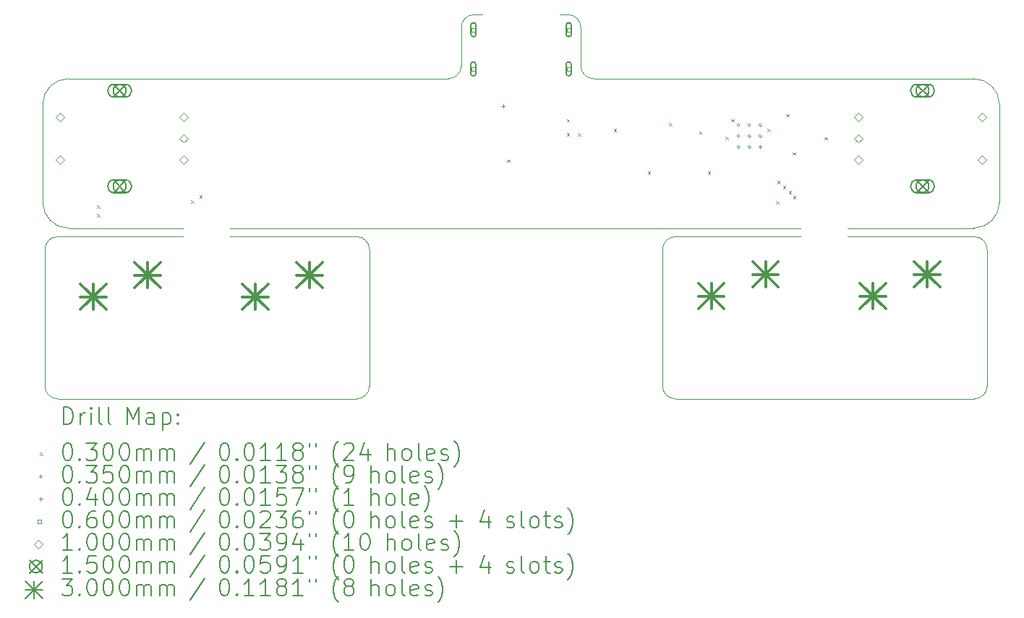
<source format=gbr>
%TF.GenerationSoftware,KiCad,Pcbnew,(7.0.0)*%
%TF.CreationDate,2023-02-23T19:52:02-08:00*%
%TF.ProjectId,4k-mania-keypad,346b2d6d-616e-4696-912d-6b6579706164,rev?*%
%TF.SameCoordinates,PX5ac6868PY7028288*%
%TF.FileFunction,Drillmap*%
%TF.FilePolarity,Positive*%
%FSLAX45Y45*%
G04 Gerber Fmt 4.5, Leading zero omitted, Abs format (unit mm)*
G04 Created by KiCad (PCBNEW (7.0.0)) date 2023-02-23 19:52:02*
%MOMM*%
%LPD*%
G01*
G04 APERTURE LIST*
%ADD10C,0.100000*%
%ADD11C,0.200000*%
%ADD12C,0.030000*%
%ADD13C,0.035000*%
%ADD14C,0.040000*%
%ADD15C,0.060000*%
%ADD16C,0.150000*%
%ADD17C,0.300000*%
G04 APERTURE END LIST*
D10*
X6281500Y4360500D02*
X6281500Y3910500D01*
X5031500Y4510500D02*
G75*
G03*
X4881500Y4360500I0J-150000D01*
G01*
X8856500Y1910500D02*
X7388500Y1910500D01*
X11038500Y1760500D02*
G75*
G03*
X10888500Y1910500I-150000J0D01*
G01*
X3806500Y160500D02*
X3806500Y1760500D01*
X4731500Y3760500D02*
G75*
G03*
X4881500Y3910500I0J150000D01*
G01*
X5031500Y4510500D02*
X5126000Y4510000D01*
X156500Y10500D02*
X3656500Y10500D01*
X6500Y1760500D02*
X6500Y160500D01*
X4881500Y4360500D02*
X4881500Y3910500D01*
X6431500Y3760500D02*
X10881500Y3760500D01*
X7238500Y1760500D02*
X7238500Y160500D01*
X10888500Y1910500D02*
X9406500Y1910500D01*
X7388500Y1910500D02*
G75*
G03*
X7238500Y1760500I0J-150000D01*
G01*
X6281500Y4360500D02*
G75*
G03*
X6131500Y4510500I-150000J0D01*
G01*
X11181500Y2310500D02*
X11181500Y3460500D01*
X6131500Y4510500D02*
X6036000Y4510000D01*
X10888500Y10500D02*
G75*
G03*
X11038500Y160500I0J150000D01*
G01*
X156500Y1910500D02*
X1624500Y1910500D01*
X-18500Y2310500D02*
G75*
G03*
X281500Y2010500I300000J0D01*
G01*
X281500Y3760500D02*
X4731500Y3760500D01*
X11038500Y160500D02*
X11038500Y1760500D01*
X6281500Y3910500D02*
G75*
G03*
X6431500Y3760500I150000J0D01*
G01*
X10881500Y2010500D02*
G75*
G03*
X11181500Y2310500I0J300000D01*
G01*
X7238500Y160500D02*
G75*
G03*
X7388500Y10500I150000J0D01*
G01*
X2174500Y2010500D02*
X8856500Y2010500D01*
X3806500Y1760500D02*
G75*
G03*
X3656500Y1910500I-150000J0D01*
G01*
X7388500Y10500D02*
X10888500Y10500D01*
X3656500Y10500D02*
G75*
G03*
X3806500Y160500I0J150000D01*
G01*
X10881500Y2010500D02*
X9406500Y2010500D01*
X156500Y1910500D02*
G75*
G03*
X6500Y1760500I0J-150000D01*
G01*
X-18500Y2310500D02*
X-18500Y3460500D01*
X281500Y3760500D02*
G75*
G03*
X-18500Y3460500I0J-300000D01*
G01*
X6500Y160500D02*
G75*
G03*
X156500Y10500I150000J0D01*
G01*
X1624500Y2010500D02*
X281500Y2010500D01*
X11181500Y3460500D02*
G75*
G03*
X10881500Y3760500I-300000J0D01*
G01*
X3656500Y1910500D02*
X2174500Y1910500D01*
D11*
D12*
X616500Y2275500D02*
X646500Y2245500D01*
X646500Y2275500D02*
X616500Y2245500D01*
X616500Y2175500D02*
X646500Y2145500D01*
X646500Y2175500D02*
X616500Y2145500D01*
X1716500Y2335450D02*
X1746500Y2305450D01*
X1746500Y2335450D02*
X1716500Y2305450D01*
X1816500Y2395400D02*
X1846500Y2365400D01*
X1846500Y2395400D02*
X1816500Y2365400D01*
X5419505Y2812550D02*
X5449505Y2782550D01*
X5449505Y2812550D02*
X5419505Y2782550D01*
X6116500Y3288066D02*
X6146500Y3258066D01*
X6146500Y3288066D02*
X6116500Y3258066D01*
X6116500Y3123168D02*
X6146500Y3093168D01*
X6146500Y3123168D02*
X6116500Y3093168D01*
X6247980Y3123168D02*
X6277980Y3093168D01*
X6277980Y3123168D02*
X6247980Y3093168D01*
X6666500Y3175500D02*
X6696500Y3145500D01*
X6696500Y3175500D02*
X6666500Y3145500D01*
X7066500Y2675500D02*
X7096500Y2645500D01*
X7096500Y2675500D02*
X7066500Y2645500D01*
X7316500Y3240450D02*
X7346500Y3210450D01*
X7346500Y3240450D02*
X7316500Y3210450D01*
X7666500Y3143050D02*
X7696500Y3113050D01*
X7696500Y3143050D02*
X7666500Y3113050D01*
X7766500Y2675500D02*
X7796500Y2645500D01*
X7796500Y2675500D02*
X7766500Y2645500D01*
X7977131Y3082048D02*
X8007131Y3052048D01*
X8007131Y3082048D02*
X7977131Y3052048D01*
X8042612Y3288116D02*
X8072612Y3258116D01*
X8072612Y3288116D02*
X8042612Y3258116D01*
X8466500Y3175500D02*
X8496500Y3145500D01*
X8496500Y3175500D02*
X8466500Y3145500D01*
X8566500Y2325500D02*
X8596500Y2295500D01*
X8596500Y2325500D02*
X8566500Y2295500D01*
X8580084Y2565300D02*
X8610084Y2535300D01*
X8610084Y2565300D02*
X8580084Y2535300D01*
X8646350Y2505350D02*
X8676350Y2475350D01*
X8676350Y2505350D02*
X8646350Y2475350D01*
X8686500Y3345500D02*
X8716500Y3315500D01*
X8716500Y3345500D02*
X8686500Y3315500D01*
X8715292Y2446849D02*
X8745292Y2416849D01*
X8745292Y2446849D02*
X8715292Y2416849D01*
X8760106Y2896676D02*
X8790106Y2866676D01*
X8790106Y2896676D02*
X8760106Y2866676D01*
X8766500Y2385450D02*
X8796500Y2355450D01*
X8796500Y2385450D02*
X8766500Y2355450D01*
X9136550Y3075500D02*
X9166550Y3045500D01*
X9166550Y3075500D02*
X9136550Y3045500D01*
D13*
X8144000Y3215500D02*
G75*
G03*
X8144000Y3215500I-17500J0D01*
G01*
X8144000Y3088000D02*
G75*
G03*
X8144000Y3088000I-17500J0D01*
G01*
X8144000Y2960500D02*
G75*
G03*
X8144000Y2960500I-17500J0D01*
G01*
X8271500Y3215500D02*
G75*
G03*
X8271500Y3215500I-17500J0D01*
G01*
X8271500Y3088000D02*
G75*
G03*
X8271500Y3088000I-17500J0D01*
G01*
X8271500Y2960500D02*
G75*
G03*
X8271500Y2960500I-17500J0D01*
G01*
X8399000Y3215500D02*
G75*
G03*
X8399000Y3215500I-17500J0D01*
G01*
X8399000Y3088000D02*
G75*
G03*
X8399000Y3088000I-17500J0D01*
G01*
X8399000Y2960500D02*
G75*
G03*
X8399000Y2960500I-17500J0D01*
G01*
D14*
X5371500Y3460566D02*
X5371500Y3420566D01*
X5351500Y3440566D02*
X5391500Y3440566D01*
D15*
X5044213Y3853287D02*
X5044213Y3895713D01*
X5001787Y3895713D01*
X5001787Y3853287D01*
X5044213Y3853287D01*
D11*
X4993000Y3927000D02*
X4993000Y3822000D01*
X4993000Y3822000D02*
G75*
G03*
X5053000Y3822000I30000J0D01*
G01*
X5053000Y3822000D02*
X5053000Y3927000D01*
X5053000Y3927000D02*
G75*
G03*
X4993000Y3927000I-30000J0D01*
G01*
D15*
X5046213Y4313287D02*
X5046213Y4355713D01*
X5003787Y4355713D01*
X5003787Y4313287D01*
X5046213Y4313287D01*
D11*
X4995000Y4387000D02*
X4995000Y4282000D01*
X4995000Y4282000D02*
G75*
G03*
X5055000Y4282000I30000J0D01*
G01*
X5055000Y4282000D02*
X5055000Y4387000D01*
X5055000Y4387000D02*
G75*
G03*
X4995000Y4387000I-30000J0D01*
G01*
D15*
X6159213Y3853287D02*
X6159213Y3895713D01*
X6116787Y3895713D01*
X6116787Y3853287D01*
X6159213Y3853287D01*
D11*
X6108000Y3927000D02*
X6108000Y3822000D01*
X6108000Y3822000D02*
G75*
G03*
X6168000Y3822000I30000J0D01*
G01*
X6168000Y3822000D02*
X6168000Y3927000D01*
X6168000Y3927000D02*
G75*
G03*
X6108000Y3927000I-30000J0D01*
G01*
D15*
X6161213Y4313287D02*
X6161213Y4355713D01*
X6118787Y4355713D01*
X6118787Y4313287D01*
X6161213Y4313287D01*
D11*
X6110000Y4387000D02*
X6110000Y4282000D01*
X6110000Y4282000D02*
G75*
G03*
X6170000Y4282000I30000J0D01*
G01*
X6170000Y4282000D02*
X6170000Y4387000D01*
X6170000Y4387000D02*
G75*
G03*
X6110000Y4387000I-30000J0D01*
G01*
D10*
X181500Y3260500D02*
X231500Y3310500D01*
X181500Y3360500D01*
X131500Y3310500D01*
X181500Y3260500D01*
X181500Y2760500D02*
X231500Y2810500D01*
X181500Y2860500D01*
X131500Y2810500D01*
X181500Y2760500D01*
X1631500Y3260500D02*
X1681500Y3310500D01*
X1631500Y3360500D01*
X1581500Y3310500D01*
X1631500Y3260500D01*
X1631500Y3010500D02*
X1681500Y3060500D01*
X1631500Y3110500D01*
X1581500Y3060500D01*
X1631500Y3010500D01*
X1631500Y2760500D02*
X1681500Y2810500D01*
X1631500Y2860500D01*
X1581500Y2810500D01*
X1631500Y2760500D01*
X9531500Y3260500D02*
X9581500Y3310500D01*
X9531500Y3360500D01*
X9481500Y3310500D01*
X9531500Y3260500D01*
X9531500Y3010500D02*
X9581500Y3060500D01*
X9531500Y3110500D01*
X9481500Y3060500D01*
X9531500Y3010500D01*
X9531500Y2760500D02*
X9581500Y2810500D01*
X9531500Y2860500D01*
X9481500Y2810500D01*
X9531500Y2760500D01*
X10981500Y3260500D02*
X11031500Y3310500D01*
X10981500Y3360500D01*
X10931500Y3310500D01*
X10981500Y3260500D01*
X10981500Y2760500D02*
X11031500Y2810500D01*
X10981500Y2860500D01*
X10931500Y2810500D01*
X10981500Y2760500D01*
D16*
X806500Y3695500D02*
X956500Y3545500D01*
X956500Y3695500D02*
X806500Y3545500D01*
X956500Y3620500D02*
G75*
G03*
X956500Y3620500I-75000J0D01*
G01*
D11*
X946500Y3695500D02*
X816500Y3695500D01*
X816500Y3695500D02*
G75*
G03*
X816500Y3545500I0J-75000D01*
G01*
X816500Y3545500D02*
X946500Y3545500D01*
X946500Y3545500D02*
G75*
G03*
X946500Y3695500I0J75000D01*
G01*
D16*
X806500Y2575500D02*
X956500Y2425500D01*
X956500Y2575500D02*
X806500Y2425500D01*
X956500Y2500500D02*
G75*
G03*
X956500Y2500500I-75000J0D01*
G01*
D11*
X946500Y2575500D02*
X816500Y2575500D01*
X816500Y2575500D02*
G75*
G03*
X816500Y2425500I0J-75000D01*
G01*
X816500Y2425500D02*
X946500Y2425500D01*
X946500Y2425500D02*
G75*
G03*
X946500Y2575500I0J75000D01*
G01*
D16*
X10206500Y3695500D02*
X10356500Y3545500D01*
X10356500Y3695500D02*
X10206500Y3545500D01*
X10356500Y3620500D02*
G75*
G03*
X10356500Y3620500I-75000J0D01*
G01*
D11*
X10216500Y3545500D02*
X10346500Y3545500D01*
X10346500Y3545500D02*
G75*
G03*
X10346500Y3695500I0J75000D01*
G01*
X10346500Y3695500D02*
X10216500Y3695500D01*
X10216500Y3695500D02*
G75*
G03*
X10216500Y3545500I0J-75000D01*
G01*
D16*
X10206500Y2575500D02*
X10356500Y2425500D01*
X10356500Y2575500D02*
X10206500Y2425500D01*
X10356500Y2500500D02*
G75*
G03*
X10356500Y2500500I-75000J0D01*
G01*
D11*
X10216500Y2425500D02*
X10346500Y2425500D01*
X10346500Y2425500D02*
G75*
G03*
X10346500Y2575500I0J75000D01*
G01*
X10346500Y2575500D02*
X10216500Y2575500D01*
X10216500Y2575500D02*
G75*
G03*
X10216500Y2425500I0J-75000D01*
G01*
D17*
X421500Y1356500D02*
X721500Y1056500D01*
X721500Y1356500D02*
X421500Y1056500D01*
X571500Y1356500D02*
X571500Y1056500D01*
X421500Y1206500D02*
X721500Y1206500D01*
X1056500Y1610500D02*
X1356500Y1310500D01*
X1356500Y1610500D02*
X1056500Y1310500D01*
X1206500Y1610500D02*
X1206500Y1310500D01*
X1056500Y1460500D02*
X1356500Y1460500D01*
X2321500Y1356500D02*
X2621500Y1056500D01*
X2621500Y1356500D02*
X2321500Y1056500D01*
X2471500Y1356500D02*
X2471500Y1056500D01*
X2321500Y1206500D02*
X2621500Y1206500D01*
X2956500Y1610500D02*
X3256500Y1310500D01*
X3256500Y1610500D02*
X2956500Y1310500D01*
X3106500Y1610500D02*
X3106500Y1310500D01*
X2956500Y1460500D02*
X3256500Y1460500D01*
X7658500Y1364500D02*
X7958500Y1064500D01*
X7958500Y1364500D02*
X7658500Y1064500D01*
X7808500Y1364500D02*
X7808500Y1064500D01*
X7658500Y1214500D02*
X7958500Y1214500D01*
X8293500Y1618500D02*
X8593500Y1318500D01*
X8593500Y1618500D02*
X8293500Y1318500D01*
X8443500Y1618500D02*
X8443500Y1318500D01*
X8293500Y1468500D02*
X8593500Y1468500D01*
X9550500Y1364500D02*
X9850500Y1064500D01*
X9850500Y1364500D02*
X9550500Y1064500D01*
X9700500Y1364500D02*
X9700500Y1064500D01*
X9550500Y1214500D02*
X9850500Y1214500D01*
X10185500Y1618500D02*
X10485500Y1318500D01*
X10485500Y1618500D02*
X10185500Y1318500D01*
X10335500Y1618500D02*
X10335500Y1318500D01*
X10185500Y1468500D02*
X10485500Y1468500D01*
D11*
X224119Y-287976D02*
X224119Y-87976D01*
X224119Y-87976D02*
X271738Y-87976D01*
X271738Y-87976D02*
X300310Y-97500D01*
X300310Y-97500D02*
X319357Y-116548D01*
X319357Y-116548D02*
X328881Y-135595D01*
X328881Y-135595D02*
X338405Y-173690D01*
X338405Y-173690D02*
X338405Y-202262D01*
X338405Y-202262D02*
X328881Y-240357D01*
X328881Y-240357D02*
X319357Y-259405D01*
X319357Y-259405D02*
X300310Y-278452D01*
X300310Y-278452D02*
X271738Y-287976D01*
X271738Y-287976D02*
X224119Y-287976D01*
X424119Y-287976D02*
X424119Y-154643D01*
X424119Y-192738D02*
X433643Y-173690D01*
X433643Y-173690D02*
X443167Y-164167D01*
X443167Y-164167D02*
X462214Y-154643D01*
X462214Y-154643D02*
X481262Y-154643D01*
X547929Y-287976D02*
X547929Y-154643D01*
X547929Y-87976D02*
X538405Y-97500D01*
X538405Y-97500D02*
X547929Y-107024D01*
X547929Y-107024D02*
X557452Y-97500D01*
X557452Y-97500D02*
X547929Y-87976D01*
X547929Y-87976D02*
X547929Y-107024D01*
X671738Y-287976D02*
X652690Y-278452D01*
X652690Y-278452D02*
X643167Y-259405D01*
X643167Y-259405D02*
X643167Y-87976D01*
X776500Y-287976D02*
X757452Y-278452D01*
X757452Y-278452D02*
X747928Y-259405D01*
X747928Y-259405D02*
X747928Y-87976D01*
X972690Y-287976D02*
X972690Y-87976D01*
X972690Y-87976D02*
X1039357Y-230833D01*
X1039357Y-230833D02*
X1106024Y-87976D01*
X1106024Y-87976D02*
X1106024Y-287976D01*
X1286976Y-287976D02*
X1286976Y-183214D01*
X1286976Y-183214D02*
X1277452Y-164167D01*
X1277452Y-164167D02*
X1258405Y-154643D01*
X1258405Y-154643D02*
X1220309Y-154643D01*
X1220309Y-154643D02*
X1201262Y-164167D01*
X1286976Y-278452D02*
X1267929Y-287976D01*
X1267929Y-287976D02*
X1220309Y-287976D01*
X1220309Y-287976D02*
X1201262Y-278452D01*
X1201262Y-278452D02*
X1191738Y-259405D01*
X1191738Y-259405D02*
X1191738Y-240357D01*
X1191738Y-240357D02*
X1201262Y-221309D01*
X1201262Y-221309D02*
X1220309Y-211786D01*
X1220309Y-211786D02*
X1267929Y-211786D01*
X1267929Y-211786D02*
X1286976Y-202262D01*
X1382214Y-154643D02*
X1382214Y-354643D01*
X1382214Y-164167D02*
X1401262Y-154643D01*
X1401262Y-154643D02*
X1439357Y-154643D01*
X1439357Y-154643D02*
X1458405Y-164167D01*
X1458405Y-164167D02*
X1467928Y-173690D01*
X1467928Y-173690D02*
X1477452Y-192738D01*
X1477452Y-192738D02*
X1477452Y-249881D01*
X1477452Y-249881D02*
X1467928Y-268929D01*
X1467928Y-268929D02*
X1458405Y-278452D01*
X1458405Y-278452D02*
X1439357Y-287976D01*
X1439357Y-287976D02*
X1401262Y-287976D01*
X1401262Y-287976D02*
X1382214Y-278452D01*
X1563167Y-268929D02*
X1572690Y-278452D01*
X1572690Y-278452D02*
X1563167Y-287976D01*
X1563167Y-287976D02*
X1553643Y-278452D01*
X1553643Y-278452D02*
X1563167Y-268929D01*
X1563167Y-268929D02*
X1563167Y-287976D01*
X1563167Y-164167D02*
X1572690Y-173690D01*
X1572690Y-173690D02*
X1563167Y-183214D01*
X1563167Y-183214D02*
X1553643Y-173690D01*
X1553643Y-173690D02*
X1563167Y-164167D01*
X1563167Y-164167D02*
X1563167Y-183214D01*
D12*
X-53500Y-619500D02*
X-23500Y-649500D01*
X-23500Y-619500D02*
X-53500Y-649500D01*
D11*
X262214Y-507976D02*
X281262Y-507976D01*
X281262Y-507976D02*
X300310Y-517500D01*
X300310Y-517500D02*
X309833Y-527024D01*
X309833Y-527024D02*
X319357Y-546071D01*
X319357Y-546071D02*
X328881Y-584167D01*
X328881Y-584167D02*
X328881Y-631786D01*
X328881Y-631786D02*
X319357Y-669881D01*
X319357Y-669881D02*
X309833Y-688929D01*
X309833Y-688929D02*
X300310Y-698452D01*
X300310Y-698452D02*
X281262Y-707976D01*
X281262Y-707976D02*
X262214Y-707976D01*
X262214Y-707976D02*
X243167Y-698452D01*
X243167Y-698452D02*
X233643Y-688929D01*
X233643Y-688929D02*
X224119Y-669881D01*
X224119Y-669881D02*
X214595Y-631786D01*
X214595Y-631786D02*
X214595Y-584167D01*
X214595Y-584167D02*
X224119Y-546071D01*
X224119Y-546071D02*
X233643Y-527024D01*
X233643Y-527024D02*
X243167Y-517500D01*
X243167Y-517500D02*
X262214Y-507976D01*
X414595Y-688929D02*
X424119Y-698452D01*
X424119Y-698452D02*
X414595Y-707976D01*
X414595Y-707976D02*
X405071Y-698452D01*
X405071Y-698452D02*
X414595Y-688929D01*
X414595Y-688929D02*
X414595Y-707976D01*
X490786Y-507976D02*
X614595Y-507976D01*
X614595Y-507976D02*
X547929Y-584167D01*
X547929Y-584167D02*
X576500Y-584167D01*
X576500Y-584167D02*
X595548Y-593690D01*
X595548Y-593690D02*
X605071Y-603214D01*
X605071Y-603214D02*
X614595Y-622262D01*
X614595Y-622262D02*
X614595Y-669881D01*
X614595Y-669881D02*
X605071Y-688929D01*
X605071Y-688929D02*
X595548Y-698452D01*
X595548Y-698452D02*
X576500Y-707976D01*
X576500Y-707976D02*
X519357Y-707976D01*
X519357Y-707976D02*
X500309Y-698452D01*
X500309Y-698452D02*
X490786Y-688929D01*
X738405Y-507976D02*
X757452Y-507976D01*
X757452Y-507976D02*
X776500Y-517500D01*
X776500Y-517500D02*
X786024Y-527024D01*
X786024Y-527024D02*
X795548Y-546071D01*
X795548Y-546071D02*
X805071Y-584167D01*
X805071Y-584167D02*
X805071Y-631786D01*
X805071Y-631786D02*
X795548Y-669881D01*
X795548Y-669881D02*
X786024Y-688929D01*
X786024Y-688929D02*
X776500Y-698452D01*
X776500Y-698452D02*
X757452Y-707976D01*
X757452Y-707976D02*
X738405Y-707976D01*
X738405Y-707976D02*
X719357Y-698452D01*
X719357Y-698452D02*
X709833Y-688929D01*
X709833Y-688929D02*
X700309Y-669881D01*
X700309Y-669881D02*
X690786Y-631786D01*
X690786Y-631786D02*
X690786Y-584167D01*
X690786Y-584167D02*
X700309Y-546071D01*
X700309Y-546071D02*
X709833Y-527024D01*
X709833Y-527024D02*
X719357Y-517500D01*
X719357Y-517500D02*
X738405Y-507976D01*
X928881Y-507976D02*
X947929Y-507976D01*
X947929Y-507976D02*
X966976Y-517500D01*
X966976Y-517500D02*
X976500Y-527024D01*
X976500Y-527024D02*
X986024Y-546071D01*
X986024Y-546071D02*
X995548Y-584167D01*
X995548Y-584167D02*
X995548Y-631786D01*
X995548Y-631786D02*
X986024Y-669881D01*
X986024Y-669881D02*
X976500Y-688929D01*
X976500Y-688929D02*
X966976Y-698452D01*
X966976Y-698452D02*
X947929Y-707976D01*
X947929Y-707976D02*
X928881Y-707976D01*
X928881Y-707976D02*
X909833Y-698452D01*
X909833Y-698452D02*
X900309Y-688929D01*
X900309Y-688929D02*
X890786Y-669881D01*
X890786Y-669881D02*
X881262Y-631786D01*
X881262Y-631786D02*
X881262Y-584167D01*
X881262Y-584167D02*
X890786Y-546071D01*
X890786Y-546071D02*
X900309Y-527024D01*
X900309Y-527024D02*
X909833Y-517500D01*
X909833Y-517500D02*
X928881Y-507976D01*
X1081262Y-707976D02*
X1081262Y-574643D01*
X1081262Y-593690D02*
X1090786Y-584167D01*
X1090786Y-584167D02*
X1109833Y-574643D01*
X1109833Y-574643D02*
X1138405Y-574643D01*
X1138405Y-574643D02*
X1157452Y-584167D01*
X1157452Y-584167D02*
X1166976Y-603214D01*
X1166976Y-603214D02*
X1166976Y-707976D01*
X1166976Y-603214D02*
X1176500Y-584167D01*
X1176500Y-584167D02*
X1195548Y-574643D01*
X1195548Y-574643D02*
X1224119Y-574643D01*
X1224119Y-574643D02*
X1243167Y-584167D01*
X1243167Y-584167D02*
X1252691Y-603214D01*
X1252691Y-603214D02*
X1252691Y-707976D01*
X1347929Y-707976D02*
X1347929Y-574643D01*
X1347929Y-593690D02*
X1357452Y-584167D01*
X1357452Y-584167D02*
X1376500Y-574643D01*
X1376500Y-574643D02*
X1405071Y-574643D01*
X1405071Y-574643D02*
X1424119Y-584167D01*
X1424119Y-584167D02*
X1433643Y-603214D01*
X1433643Y-603214D02*
X1433643Y-707976D01*
X1433643Y-603214D02*
X1443167Y-584167D01*
X1443167Y-584167D02*
X1462214Y-574643D01*
X1462214Y-574643D02*
X1490786Y-574643D01*
X1490786Y-574643D02*
X1509833Y-584167D01*
X1509833Y-584167D02*
X1519357Y-603214D01*
X1519357Y-603214D02*
X1519357Y-707976D01*
X1877452Y-498452D02*
X1706024Y-755595D01*
X2102214Y-507976D02*
X2121262Y-507976D01*
X2121262Y-507976D02*
X2140310Y-517500D01*
X2140310Y-517500D02*
X2149833Y-527024D01*
X2149833Y-527024D02*
X2159357Y-546071D01*
X2159357Y-546071D02*
X2168881Y-584167D01*
X2168881Y-584167D02*
X2168881Y-631786D01*
X2168881Y-631786D02*
X2159357Y-669881D01*
X2159357Y-669881D02*
X2149833Y-688929D01*
X2149833Y-688929D02*
X2140310Y-698452D01*
X2140310Y-698452D02*
X2121262Y-707976D01*
X2121262Y-707976D02*
X2102214Y-707976D01*
X2102214Y-707976D02*
X2083167Y-698452D01*
X2083167Y-698452D02*
X2073643Y-688929D01*
X2073643Y-688929D02*
X2064119Y-669881D01*
X2064119Y-669881D02*
X2054595Y-631786D01*
X2054595Y-631786D02*
X2054595Y-584167D01*
X2054595Y-584167D02*
X2064119Y-546071D01*
X2064119Y-546071D02*
X2073643Y-527024D01*
X2073643Y-527024D02*
X2083167Y-517500D01*
X2083167Y-517500D02*
X2102214Y-507976D01*
X2254595Y-688929D02*
X2264119Y-698452D01*
X2264119Y-698452D02*
X2254595Y-707976D01*
X2254595Y-707976D02*
X2245072Y-698452D01*
X2245072Y-698452D02*
X2254595Y-688929D01*
X2254595Y-688929D02*
X2254595Y-707976D01*
X2387929Y-507976D02*
X2406976Y-507976D01*
X2406976Y-507976D02*
X2426024Y-517500D01*
X2426024Y-517500D02*
X2435548Y-527024D01*
X2435548Y-527024D02*
X2445072Y-546071D01*
X2445072Y-546071D02*
X2454595Y-584167D01*
X2454595Y-584167D02*
X2454595Y-631786D01*
X2454595Y-631786D02*
X2445072Y-669881D01*
X2445072Y-669881D02*
X2435548Y-688929D01*
X2435548Y-688929D02*
X2426024Y-698452D01*
X2426024Y-698452D02*
X2406976Y-707976D01*
X2406976Y-707976D02*
X2387929Y-707976D01*
X2387929Y-707976D02*
X2368881Y-698452D01*
X2368881Y-698452D02*
X2359357Y-688929D01*
X2359357Y-688929D02*
X2349833Y-669881D01*
X2349833Y-669881D02*
X2340310Y-631786D01*
X2340310Y-631786D02*
X2340310Y-584167D01*
X2340310Y-584167D02*
X2349833Y-546071D01*
X2349833Y-546071D02*
X2359357Y-527024D01*
X2359357Y-527024D02*
X2368881Y-517500D01*
X2368881Y-517500D02*
X2387929Y-507976D01*
X2645072Y-707976D02*
X2530786Y-707976D01*
X2587929Y-707976D02*
X2587929Y-507976D01*
X2587929Y-507976D02*
X2568881Y-536548D01*
X2568881Y-536548D02*
X2549833Y-555595D01*
X2549833Y-555595D02*
X2530786Y-565119D01*
X2835548Y-707976D02*
X2721262Y-707976D01*
X2778405Y-707976D02*
X2778405Y-507976D01*
X2778405Y-507976D02*
X2759357Y-536548D01*
X2759357Y-536548D02*
X2740310Y-555595D01*
X2740310Y-555595D02*
X2721262Y-565119D01*
X2949833Y-593690D02*
X2930786Y-584167D01*
X2930786Y-584167D02*
X2921262Y-574643D01*
X2921262Y-574643D02*
X2911738Y-555595D01*
X2911738Y-555595D02*
X2911738Y-546071D01*
X2911738Y-546071D02*
X2921262Y-527024D01*
X2921262Y-527024D02*
X2930786Y-517500D01*
X2930786Y-517500D02*
X2949833Y-507976D01*
X2949833Y-507976D02*
X2987929Y-507976D01*
X2987929Y-507976D02*
X3006976Y-517500D01*
X3006976Y-517500D02*
X3016500Y-527024D01*
X3016500Y-527024D02*
X3026024Y-546071D01*
X3026024Y-546071D02*
X3026024Y-555595D01*
X3026024Y-555595D02*
X3016500Y-574643D01*
X3016500Y-574643D02*
X3006976Y-584167D01*
X3006976Y-584167D02*
X2987929Y-593690D01*
X2987929Y-593690D02*
X2949833Y-593690D01*
X2949833Y-593690D02*
X2930786Y-603214D01*
X2930786Y-603214D02*
X2921262Y-612738D01*
X2921262Y-612738D02*
X2911738Y-631786D01*
X2911738Y-631786D02*
X2911738Y-669881D01*
X2911738Y-669881D02*
X2921262Y-688929D01*
X2921262Y-688929D02*
X2930786Y-698452D01*
X2930786Y-698452D02*
X2949833Y-707976D01*
X2949833Y-707976D02*
X2987929Y-707976D01*
X2987929Y-707976D02*
X3006976Y-698452D01*
X3006976Y-698452D02*
X3016500Y-688929D01*
X3016500Y-688929D02*
X3026024Y-669881D01*
X3026024Y-669881D02*
X3026024Y-631786D01*
X3026024Y-631786D02*
X3016500Y-612738D01*
X3016500Y-612738D02*
X3006976Y-603214D01*
X3006976Y-603214D02*
X2987929Y-593690D01*
X3102214Y-507976D02*
X3102214Y-546071D01*
X3178405Y-507976D02*
X3178405Y-546071D01*
X3441262Y-784167D02*
X3431738Y-774643D01*
X3431738Y-774643D02*
X3412691Y-746071D01*
X3412691Y-746071D02*
X3403167Y-727024D01*
X3403167Y-727024D02*
X3393643Y-698452D01*
X3393643Y-698452D02*
X3384119Y-650833D01*
X3384119Y-650833D02*
X3384119Y-612738D01*
X3384119Y-612738D02*
X3393643Y-565119D01*
X3393643Y-565119D02*
X3403167Y-536548D01*
X3403167Y-536548D02*
X3412691Y-517500D01*
X3412691Y-517500D02*
X3431738Y-488928D01*
X3431738Y-488928D02*
X3441262Y-479405D01*
X3507929Y-527024D02*
X3517452Y-517500D01*
X3517452Y-517500D02*
X3536500Y-507976D01*
X3536500Y-507976D02*
X3584119Y-507976D01*
X3584119Y-507976D02*
X3603167Y-517500D01*
X3603167Y-517500D02*
X3612691Y-527024D01*
X3612691Y-527024D02*
X3622214Y-546071D01*
X3622214Y-546071D02*
X3622214Y-565119D01*
X3622214Y-565119D02*
X3612691Y-593690D01*
X3612691Y-593690D02*
X3498405Y-707976D01*
X3498405Y-707976D02*
X3622214Y-707976D01*
X3793643Y-574643D02*
X3793643Y-707976D01*
X3746024Y-498452D02*
X3698405Y-641310D01*
X3698405Y-641310D02*
X3822214Y-641310D01*
X4018405Y-707976D02*
X4018405Y-507976D01*
X4104119Y-707976D02*
X4104119Y-603214D01*
X4104119Y-603214D02*
X4094595Y-584167D01*
X4094595Y-584167D02*
X4075548Y-574643D01*
X4075548Y-574643D02*
X4046976Y-574643D01*
X4046976Y-574643D02*
X4027929Y-584167D01*
X4027929Y-584167D02*
X4018405Y-593690D01*
X4227929Y-707976D02*
X4208881Y-698452D01*
X4208881Y-698452D02*
X4199357Y-688929D01*
X4199357Y-688929D02*
X4189833Y-669881D01*
X4189833Y-669881D02*
X4189833Y-612738D01*
X4189833Y-612738D02*
X4199357Y-593690D01*
X4199357Y-593690D02*
X4208881Y-584167D01*
X4208881Y-584167D02*
X4227929Y-574643D01*
X4227929Y-574643D02*
X4256500Y-574643D01*
X4256500Y-574643D02*
X4275548Y-584167D01*
X4275548Y-584167D02*
X4285072Y-593690D01*
X4285072Y-593690D02*
X4294595Y-612738D01*
X4294595Y-612738D02*
X4294595Y-669881D01*
X4294595Y-669881D02*
X4285072Y-688929D01*
X4285072Y-688929D02*
X4275548Y-698452D01*
X4275548Y-698452D02*
X4256500Y-707976D01*
X4256500Y-707976D02*
X4227929Y-707976D01*
X4408881Y-707976D02*
X4389834Y-698452D01*
X4389834Y-698452D02*
X4380310Y-679405D01*
X4380310Y-679405D02*
X4380310Y-507976D01*
X4561262Y-698452D02*
X4542215Y-707976D01*
X4542215Y-707976D02*
X4504119Y-707976D01*
X4504119Y-707976D02*
X4485072Y-698452D01*
X4485072Y-698452D02*
X4475548Y-679405D01*
X4475548Y-679405D02*
X4475548Y-603214D01*
X4475548Y-603214D02*
X4485072Y-584167D01*
X4485072Y-584167D02*
X4504119Y-574643D01*
X4504119Y-574643D02*
X4542215Y-574643D01*
X4542215Y-574643D02*
X4561262Y-584167D01*
X4561262Y-584167D02*
X4570786Y-603214D01*
X4570786Y-603214D02*
X4570786Y-622262D01*
X4570786Y-622262D02*
X4475548Y-641310D01*
X4646976Y-698452D02*
X4666024Y-707976D01*
X4666024Y-707976D02*
X4704119Y-707976D01*
X4704119Y-707976D02*
X4723167Y-698452D01*
X4723167Y-698452D02*
X4732691Y-679405D01*
X4732691Y-679405D02*
X4732691Y-669881D01*
X4732691Y-669881D02*
X4723167Y-650833D01*
X4723167Y-650833D02*
X4704119Y-641310D01*
X4704119Y-641310D02*
X4675548Y-641310D01*
X4675548Y-641310D02*
X4656500Y-631786D01*
X4656500Y-631786D02*
X4646976Y-612738D01*
X4646976Y-612738D02*
X4646976Y-603214D01*
X4646976Y-603214D02*
X4656500Y-584167D01*
X4656500Y-584167D02*
X4675548Y-574643D01*
X4675548Y-574643D02*
X4704119Y-574643D01*
X4704119Y-574643D02*
X4723167Y-584167D01*
X4799357Y-784167D02*
X4808881Y-774643D01*
X4808881Y-774643D02*
X4827929Y-746071D01*
X4827929Y-746071D02*
X4837453Y-727024D01*
X4837453Y-727024D02*
X4846976Y-698452D01*
X4846976Y-698452D02*
X4856500Y-650833D01*
X4856500Y-650833D02*
X4856500Y-612738D01*
X4856500Y-612738D02*
X4846976Y-565119D01*
X4846976Y-565119D02*
X4837453Y-536548D01*
X4837453Y-536548D02*
X4827929Y-517500D01*
X4827929Y-517500D02*
X4808881Y-488928D01*
X4808881Y-488928D02*
X4799357Y-479405D01*
D13*
X-23500Y-898500D02*
G75*
G03*
X-23500Y-898500I-17500J0D01*
G01*
D11*
X262214Y-771976D02*
X281262Y-771976D01*
X281262Y-771976D02*
X300310Y-781500D01*
X300310Y-781500D02*
X309833Y-791024D01*
X309833Y-791024D02*
X319357Y-810071D01*
X319357Y-810071D02*
X328881Y-848167D01*
X328881Y-848167D02*
X328881Y-895786D01*
X328881Y-895786D02*
X319357Y-933881D01*
X319357Y-933881D02*
X309833Y-952928D01*
X309833Y-952928D02*
X300310Y-962452D01*
X300310Y-962452D02*
X281262Y-971976D01*
X281262Y-971976D02*
X262214Y-971976D01*
X262214Y-971976D02*
X243167Y-962452D01*
X243167Y-962452D02*
X233643Y-952928D01*
X233643Y-952928D02*
X224119Y-933881D01*
X224119Y-933881D02*
X214595Y-895786D01*
X214595Y-895786D02*
X214595Y-848167D01*
X214595Y-848167D02*
X224119Y-810071D01*
X224119Y-810071D02*
X233643Y-791024D01*
X233643Y-791024D02*
X243167Y-781500D01*
X243167Y-781500D02*
X262214Y-771976D01*
X414595Y-952928D02*
X424119Y-962452D01*
X424119Y-962452D02*
X414595Y-971976D01*
X414595Y-971976D02*
X405071Y-962452D01*
X405071Y-962452D02*
X414595Y-952928D01*
X414595Y-952928D02*
X414595Y-971976D01*
X490786Y-771976D02*
X614595Y-771976D01*
X614595Y-771976D02*
X547929Y-848167D01*
X547929Y-848167D02*
X576500Y-848167D01*
X576500Y-848167D02*
X595548Y-857690D01*
X595548Y-857690D02*
X605071Y-867214D01*
X605071Y-867214D02*
X614595Y-886262D01*
X614595Y-886262D02*
X614595Y-933881D01*
X614595Y-933881D02*
X605071Y-952928D01*
X605071Y-952928D02*
X595548Y-962452D01*
X595548Y-962452D02*
X576500Y-971976D01*
X576500Y-971976D02*
X519357Y-971976D01*
X519357Y-971976D02*
X500309Y-962452D01*
X500309Y-962452D02*
X490786Y-952928D01*
X795548Y-771976D02*
X700309Y-771976D01*
X700309Y-771976D02*
X690786Y-867214D01*
X690786Y-867214D02*
X700309Y-857690D01*
X700309Y-857690D02*
X719357Y-848167D01*
X719357Y-848167D02*
X766976Y-848167D01*
X766976Y-848167D02*
X786024Y-857690D01*
X786024Y-857690D02*
X795548Y-867214D01*
X795548Y-867214D02*
X805071Y-886262D01*
X805071Y-886262D02*
X805071Y-933881D01*
X805071Y-933881D02*
X795548Y-952928D01*
X795548Y-952928D02*
X786024Y-962452D01*
X786024Y-962452D02*
X766976Y-971976D01*
X766976Y-971976D02*
X719357Y-971976D01*
X719357Y-971976D02*
X700309Y-962452D01*
X700309Y-962452D02*
X690786Y-952928D01*
X928881Y-771976D02*
X947929Y-771976D01*
X947929Y-771976D02*
X966976Y-781500D01*
X966976Y-781500D02*
X976500Y-791024D01*
X976500Y-791024D02*
X986024Y-810071D01*
X986024Y-810071D02*
X995548Y-848167D01*
X995548Y-848167D02*
X995548Y-895786D01*
X995548Y-895786D02*
X986024Y-933881D01*
X986024Y-933881D02*
X976500Y-952928D01*
X976500Y-952928D02*
X966976Y-962452D01*
X966976Y-962452D02*
X947929Y-971976D01*
X947929Y-971976D02*
X928881Y-971976D01*
X928881Y-971976D02*
X909833Y-962452D01*
X909833Y-962452D02*
X900309Y-952928D01*
X900309Y-952928D02*
X890786Y-933881D01*
X890786Y-933881D02*
X881262Y-895786D01*
X881262Y-895786D02*
X881262Y-848167D01*
X881262Y-848167D02*
X890786Y-810071D01*
X890786Y-810071D02*
X900309Y-791024D01*
X900309Y-791024D02*
X909833Y-781500D01*
X909833Y-781500D02*
X928881Y-771976D01*
X1081262Y-971976D02*
X1081262Y-838643D01*
X1081262Y-857690D02*
X1090786Y-848167D01*
X1090786Y-848167D02*
X1109833Y-838643D01*
X1109833Y-838643D02*
X1138405Y-838643D01*
X1138405Y-838643D02*
X1157452Y-848167D01*
X1157452Y-848167D02*
X1166976Y-867214D01*
X1166976Y-867214D02*
X1166976Y-971976D01*
X1166976Y-867214D02*
X1176500Y-848167D01*
X1176500Y-848167D02*
X1195548Y-838643D01*
X1195548Y-838643D02*
X1224119Y-838643D01*
X1224119Y-838643D02*
X1243167Y-848167D01*
X1243167Y-848167D02*
X1252691Y-867214D01*
X1252691Y-867214D02*
X1252691Y-971976D01*
X1347929Y-971976D02*
X1347929Y-838643D01*
X1347929Y-857690D02*
X1357452Y-848167D01*
X1357452Y-848167D02*
X1376500Y-838643D01*
X1376500Y-838643D02*
X1405071Y-838643D01*
X1405071Y-838643D02*
X1424119Y-848167D01*
X1424119Y-848167D02*
X1433643Y-867214D01*
X1433643Y-867214D02*
X1433643Y-971976D01*
X1433643Y-867214D02*
X1443167Y-848167D01*
X1443167Y-848167D02*
X1462214Y-838643D01*
X1462214Y-838643D02*
X1490786Y-838643D01*
X1490786Y-838643D02*
X1509833Y-848167D01*
X1509833Y-848167D02*
X1519357Y-867214D01*
X1519357Y-867214D02*
X1519357Y-971976D01*
X1877452Y-762452D02*
X1706024Y-1019595D01*
X2102214Y-771976D02*
X2121262Y-771976D01*
X2121262Y-771976D02*
X2140310Y-781500D01*
X2140310Y-781500D02*
X2149833Y-791024D01*
X2149833Y-791024D02*
X2159357Y-810071D01*
X2159357Y-810071D02*
X2168881Y-848167D01*
X2168881Y-848167D02*
X2168881Y-895786D01*
X2168881Y-895786D02*
X2159357Y-933881D01*
X2159357Y-933881D02*
X2149833Y-952928D01*
X2149833Y-952928D02*
X2140310Y-962452D01*
X2140310Y-962452D02*
X2121262Y-971976D01*
X2121262Y-971976D02*
X2102214Y-971976D01*
X2102214Y-971976D02*
X2083167Y-962452D01*
X2083167Y-962452D02*
X2073643Y-952928D01*
X2073643Y-952928D02*
X2064119Y-933881D01*
X2064119Y-933881D02*
X2054595Y-895786D01*
X2054595Y-895786D02*
X2054595Y-848167D01*
X2054595Y-848167D02*
X2064119Y-810071D01*
X2064119Y-810071D02*
X2073643Y-791024D01*
X2073643Y-791024D02*
X2083167Y-781500D01*
X2083167Y-781500D02*
X2102214Y-771976D01*
X2254595Y-952928D02*
X2264119Y-962452D01*
X2264119Y-962452D02*
X2254595Y-971976D01*
X2254595Y-971976D02*
X2245072Y-962452D01*
X2245072Y-962452D02*
X2254595Y-952928D01*
X2254595Y-952928D02*
X2254595Y-971976D01*
X2387929Y-771976D02*
X2406976Y-771976D01*
X2406976Y-771976D02*
X2426024Y-781500D01*
X2426024Y-781500D02*
X2435548Y-791024D01*
X2435548Y-791024D02*
X2445072Y-810071D01*
X2445072Y-810071D02*
X2454595Y-848167D01*
X2454595Y-848167D02*
X2454595Y-895786D01*
X2454595Y-895786D02*
X2445072Y-933881D01*
X2445072Y-933881D02*
X2435548Y-952928D01*
X2435548Y-952928D02*
X2426024Y-962452D01*
X2426024Y-962452D02*
X2406976Y-971976D01*
X2406976Y-971976D02*
X2387929Y-971976D01*
X2387929Y-971976D02*
X2368881Y-962452D01*
X2368881Y-962452D02*
X2359357Y-952928D01*
X2359357Y-952928D02*
X2349833Y-933881D01*
X2349833Y-933881D02*
X2340310Y-895786D01*
X2340310Y-895786D02*
X2340310Y-848167D01*
X2340310Y-848167D02*
X2349833Y-810071D01*
X2349833Y-810071D02*
X2359357Y-791024D01*
X2359357Y-791024D02*
X2368881Y-781500D01*
X2368881Y-781500D02*
X2387929Y-771976D01*
X2645072Y-971976D02*
X2530786Y-971976D01*
X2587929Y-971976D02*
X2587929Y-771976D01*
X2587929Y-771976D02*
X2568881Y-800548D01*
X2568881Y-800548D02*
X2549833Y-819595D01*
X2549833Y-819595D02*
X2530786Y-829119D01*
X2711738Y-771976D02*
X2835548Y-771976D01*
X2835548Y-771976D02*
X2768881Y-848167D01*
X2768881Y-848167D02*
X2797452Y-848167D01*
X2797452Y-848167D02*
X2816500Y-857690D01*
X2816500Y-857690D02*
X2826024Y-867214D01*
X2826024Y-867214D02*
X2835548Y-886262D01*
X2835548Y-886262D02*
X2835548Y-933881D01*
X2835548Y-933881D02*
X2826024Y-952928D01*
X2826024Y-952928D02*
X2816500Y-962452D01*
X2816500Y-962452D02*
X2797452Y-971976D01*
X2797452Y-971976D02*
X2740310Y-971976D01*
X2740310Y-971976D02*
X2721262Y-962452D01*
X2721262Y-962452D02*
X2711738Y-952928D01*
X2949833Y-857690D02*
X2930786Y-848167D01*
X2930786Y-848167D02*
X2921262Y-838643D01*
X2921262Y-838643D02*
X2911738Y-819595D01*
X2911738Y-819595D02*
X2911738Y-810071D01*
X2911738Y-810071D02*
X2921262Y-791024D01*
X2921262Y-791024D02*
X2930786Y-781500D01*
X2930786Y-781500D02*
X2949833Y-771976D01*
X2949833Y-771976D02*
X2987929Y-771976D01*
X2987929Y-771976D02*
X3006976Y-781500D01*
X3006976Y-781500D02*
X3016500Y-791024D01*
X3016500Y-791024D02*
X3026024Y-810071D01*
X3026024Y-810071D02*
X3026024Y-819595D01*
X3026024Y-819595D02*
X3016500Y-838643D01*
X3016500Y-838643D02*
X3006976Y-848167D01*
X3006976Y-848167D02*
X2987929Y-857690D01*
X2987929Y-857690D02*
X2949833Y-857690D01*
X2949833Y-857690D02*
X2930786Y-867214D01*
X2930786Y-867214D02*
X2921262Y-876738D01*
X2921262Y-876738D02*
X2911738Y-895786D01*
X2911738Y-895786D02*
X2911738Y-933881D01*
X2911738Y-933881D02*
X2921262Y-952928D01*
X2921262Y-952928D02*
X2930786Y-962452D01*
X2930786Y-962452D02*
X2949833Y-971976D01*
X2949833Y-971976D02*
X2987929Y-971976D01*
X2987929Y-971976D02*
X3006976Y-962452D01*
X3006976Y-962452D02*
X3016500Y-952928D01*
X3016500Y-952928D02*
X3026024Y-933881D01*
X3026024Y-933881D02*
X3026024Y-895786D01*
X3026024Y-895786D02*
X3016500Y-876738D01*
X3016500Y-876738D02*
X3006976Y-867214D01*
X3006976Y-867214D02*
X2987929Y-857690D01*
X3102214Y-771976D02*
X3102214Y-810071D01*
X3178405Y-771976D02*
X3178405Y-810071D01*
X3441262Y-1048167D02*
X3431738Y-1038643D01*
X3431738Y-1038643D02*
X3412691Y-1010071D01*
X3412691Y-1010071D02*
X3403167Y-991024D01*
X3403167Y-991024D02*
X3393643Y-962452D01*
X3393643Y-962452D02*
X3384119Y-914833D01*
X3384119Y-914833D02*
X3384119Y-876738D01*
X3384119Y-876738D02*
X3393643Y-829119D01*
X3393643Y-829119D02*
X3403167Y-800548D01*
X3403167Y-800548D02*
X3412691Y-781500D01*
X3412691Y-781500D02*
X3431738Y-752928D01*
X3431738Y-752928D02*
X3441262Y-743405D01*
X3526976Y-971976D02*
X3565071Y-971976D01*
X3565071Y-971976D02*
X3584119Y-962452D01*
X3584119Y-962452D02*
X3593643Y-952928D01*
X3593643Y-952928D02*
X3612691Y-924357D01*
X3612691Y-924357D02*
X3622214Y-886262D01*
X3622214Y-886262D02*
X3622214Y-810071D01*
X3622214Y-810071D02*
X3612691Y-791024D01*
X3612691Y-791024D02*
X3603167Y-781500D01*
X3603167Y-781500D02*
X3584119Y-771976D01*
X3584119Y-771976D02*
X3546024Y-771976D01*
X3546024Y-771976D02*
X3526976Y-781500D01*
X3526976Y-781500D02*
X3517452Y-791024D01*
X3517452Y-791024D02*
X3507929Y-810071D01*
X3507929Y-810071D02*
X3507929Y-857690D01*
X3507929Y-857690D02*
X3517452Y-876738D01*
X3517452Y-876738D02*
X3526976Y-886262D01*
X3526976Y-886262D02*
X3546024Y-895786D01*
X3546024Y-895786D02*
X3584119Y-895786D01*
X3584119Y-895786D02*
X3603167Y-886262D01*
X3603167Y-886262D02*
X3612691Y-876738D01*
X3612691Y-876738D02*
X3622214Y-857690D01*
X3827929Y-971976D02*
X3827929Y-771976D01*
X3913643Y-971976D02*
X3913643Y-867214D01*
X3913643Y-867214D02*
X3904119Y-848167D01*
X3904119Y-848167D02*
X3885072Y-838643D01*
X3885072Y-838643D02*
X3856500Y-838643D01*
X3856500Y-838643D02*
X3837452Y-848167D01*
X3837452Y-848167D02*
X3827929Y-857690D01*
X4037452Y-971976D02*
X4018405Y-962452D01*
X4018405Y-962452D02*
X4008881Y-952928D01*
X4008881Y-952928D02*
X3999357Y-933881D01*
X3999357Y-933881D02*
X3999357Y-876738D01*
X3999357Y-876738D02*
X4008881Y-857690D01*
X4008881Y-857690D02*
X4018405Y-848167D01*
X4018405Y-848167D02*
X4037452Y-838643D01*
X4037452Y-838643D02*
X4066024Y-838643D01*
X4066024Y-838643D02*
X4085072Y-848167D01*
X4085072Y-848167D02*
X4094595Y-857690D01*
X4094595Y-857690D02*
X4104119Y-876738D01*
X4104119Y-876738D02*
X4104119Y-933881D01*
X4104119Y-933881D02*
X4094595Y-952928D01*
X4094595Y-952928D02*
X4085072Y-962452D01*
X4085072Y-962452D02*
X4066024Y-971976D01*
X4066024Y-971976D02*
X4037452Y-971976D01*
X4218405Y-971976D02*
X4199357Y-962452D01*
X4199357Y-962452D02*
X4189833Y-943405D01*
X4189833Y-943405D02*
X4189833Y-771976D01*
X4370786Y-962452D02*
X4351738Y-971976D01*
X4351738Y-971976D02*
X4313643Y-971976D01*
X4313643Y-971976D02*
X4294595Y-962452D01*
X4294595Y-962452D02*
X4285072Y-943405D01*
X4285072Y-943405D02*
X4285072Y-867214D01*
X4285072Y-867214D02*
X4294595Y-848167D01*
X4294595Y-848167D02*
X4313643Y-838643D01*
X4313643Y-838643D02*
X4351738Y-838643D01*
X4351738Y-838643D02*
X4370786Y-848167D01*
X4370786Y-848167D02*
X4380310Y-867214D01*
X4380310Y-867214D02*
X4380310Y-886262D01*
X4380310Y-886262D02*
X4285072Y-905309D01*
X4456500Y-962452D02*
X4475548Y-971976D01*
X4475548Y-971976D02*
X4513643Y-971976D01*
X4513643Y-971976D02*
X4532691Y-962452D01*
X4532691Y-962452D02*
X4542215Y-943405D01*
X4542215Y-943405D02*
X4542215Y-933881D01*
X4542215Y-933881D02*
X4532691Y-914833D01*
X4532691Y-914833D02*
X4513643Y-905309D01*
X4513643Y-905309D02*
X4485072Y-905309D01*
X4485072Y-905309D02*
X4466024Y-895786D01*
X4466024Y-895786D02*
X4456500Y-876738D01*
X4456500Y-876738D02*
X4456500Y-867214D01*
X4456500Y-867214D02*
X4466024Y-848167D01*
X4466024Y-848167D02*
X4485072Y-838643D01*
X4485072Y-838643D02*
X4513643Y-838643D01*
X4513643Y-838643D02*
X4532691Y-848167D01*
X4608881Y-1048167D02*
X4618405Y-1038643D01*
X4618405Y-1038643D02*
X4637453Y-1010071D01*
X4637453Y-1010071D02*
X4646976Y-991024D01*
X4646976Y-991024D02*
X4656500Y-962452D01*
X4656500Y-962452D02*
X4666024Y-914833D01*
X4666024Y-914833D02*
X4666024Y-876738D01*
X4666024Y-876738D02*
X4656500Y-829119D01*
X4656500Y-829119D02*
X4646976Y-800548D01*
X4646976Y-800548D02*
X4637453Y-781500D01*
X4637453Y-781500D02*
X4618405Y-752928D01*
X4618405Y-752928D02*
X4608881Y-743405D01*
D14*
X-43500Y-1142500D02*
X-43500Y-1182500D01*
X-63500Y-1162500D02*
X-23500Y-1162500D01*
D11*
X262214Y-1035976D02*
X281262Y-1035976D01*
X281262Y-1035976D02*
X300310Y-1045500D01*
X300310Y-1045500D02*
X309833Y-1055024D01*
X309833Y-1055024D02*
X319357Y-1074071D01*
X319357Y-1074071D02*
X328881Y-1112167D01*
X328881Y-1112167D02*
X328881Y-1159786D01*
X328881Y-1159786D02*
X319357Y-1197881D01*
X319357Y-1197881D02*
X309833Y-1216929D01*
X309833Y-1216929D02*
X300310Y-1226452D01*
X300310Y-1226452D02*
X281262Y-1235976D01*
X281262Y-1235976D02*
X262214Y-1235976D01*
X262214Y-1235976D02*
X243167Y-1226452D01*
X243167Y-1226452D02*
X233643Y-1216929D01*
X233643Y-1216929D02*
X224119Y-1197881D01*
X224119Y-1197881D02*
X214595Y-1159786D01*
X214595Y-1159786D02*
X214595Y-1112167D01*
X214595Y-1112167D02*
X224119Y-1074071D01*
X224119Y-1074071D02*
X233643Y-1055024D01*
X233643Y-1055024D02*
X243167Y-1045500D01*
X243167Y-1045500D02*
X262214Y-1035976D01*
X414595Y-1216929D02*
X424119Y-1226452D01*
X424119Y-1226452D02*
X414595Y-1235976D01*
X414595Y-1235976D02*
X405071Y-1226452D01*
X405071Y-1226452D02*
X414595Y-1216929D01*
X414595Y-1216929D02*
X414595Y-1235976D01*
X595548Y-1102643D02*
X595548Y-1235976D01*
X547929Y-1026452D02*
X500309Y-1169310D01*
X500309Y-1169310D02*
X624119Y-1169310D01*
X738405Y-1035976D02*
X757452Y-1035976D01*
X757452Y-1035976D02*
X776500Y-1045500D01*
X776500Y-1045500D02*
X786024Y-1055024D01*
X786024Y-1055024D02*
X795548Y-1074071D01*
X795548Y-1074071D02*
X805071Y-1112167D01*
X805071Y-1112167D02*
X805071Y-1159786D01*
X805071Y-1159786D02*
X795548Y-1197881D01*
X795548Y-1197881D02*
X786024Y-1216929D01*
X786024Y-1216929D02*
X776500Y-1226452D01*
X776500Y-1226452D02*
X757452Y-1235976D01*
X757452Y-1235976D02*
X738405Y-1235976D01*
X738405Y-1235976D02*
X719357Y-1226452D01*
X719357Y-1226452D02*
X709833Y-1216929D01*
X709833Y-1216929D02*
X700309Y-1197881D01*
X700309Y-1197881D02*
X690786Y-1159786D01*
X690786Y-1159786D02*
X690786Y-1112167D01*
X690786Y-1112167D02*
X700309Y-1074071D01*
X700309Y-1074071D02*
X709833Y-1055024D01*
X709833Y-1055024D02*
X719357Y-1045500D01*
X719357Y-1045500D02*
X738405Y-1035976D01*
X928881Y-1035976D02*
X947929Y-1035976D01*
X947929Y-1035976D02*
X966976Y-1045500D01*
X966976Y-1045500D02*
X976500Y-1055024D01*
X976500Y-1055024D02*
X986024Y-1074071D01*
X986024Y-1074071D02*
X995548Y-1112167D01*
X995548Y-1112167D02*
X995548Y-1159786D01*
X995548Y-1159786D02*
X986024Y-1197881D01*
X986024Y-1197881D02*
X976500Y-1216929D01*
X976500Y-1216929D02*
X966976Y-1226452D01*
X966976Y-1226452D02*
X947929Y-1235976D01*
X947929Y-1235976D02*
X928881Y-1235976D01*
X928881Y-1235976D02*
X909833Y-1226452D01*
X909833Y-1226452D02*
X900309Y-1216929D01*
X900309Y-1216929D02*
X890786Y-1197881D01*
X890786Y-1197881D02*
X881262Y-1159786D01*
X881262Y-1159786D02*
X881262Y-1112167D01*
X881262Y-1112167D02*
X890786Y-1074071D01*
X890786Y-1074071D02*
X900309Y-1055024D01*
X900309Y-1055024D02*
X909833Y-1045500D01*
X909833Y-1045500D02*
X928881Y-1035976D01*
X1081262Y-1235976D02*
X1081262Y-1102643D01*
X1081262Y-1121690D02*
X1090786Y-1112167D01*
X1090786Y-1112167D02*
X1109833Y-1102643D01*
X1109833Y-1102643D02*
X1138405Y-1102643D01*
X1138405Y-1102643D02*
X1157452Y-1112167D01*
X1157452Y-1112167D02*
X1166976Y-1131214D01*
X1166976Y-1131214D02*
X1166976Y-1235976D01*
X1166976Y-1131214D02*
X1176500Y-1112167D01*
X1176500Y-1112167D02*
X1195548Y-1102643D01*
X1195548Y-1102643D02*
X1224119Y-1102643D01*
X1224119Y-1102643D02*
X1243167Y-1112167D01*
X1243167Y-1112167D02*
X1252691Y-1131214D01*
X1252691Y-1131214D02*
X1252691Y-1235976D01*
X1347929Y-1235976D02*
X1347929Y-1102643D01*
X1347929Y-1121690D02*
X1357452Y-1112167D01*
X1357452Y-1112167D02*
X1376500Y-1102643D01*
X1376500Y-1102643D02*
X1405071Y-1102643D01*
X1405071Y-1102643D02*
X1424119Y-1112167D01*
X1424119Y-1112167D02*
X1433643Y-1131214D01*
X1433643Y-1131214D02*
X1433643Y-1235976D01*
X1433643Y-1131214D02*
X1443167Y-1112167D01*
X1443167Y-1112167D02*
X1462214Y-1102643D01*
X1462214Y-1102643D02*
X1490786Y-1102643D01*
X1490786Y-1102643D02*
X1509833Y-1112167D01*
X1509833Y-1112167D02*
X1519357Y-1131214D01*
X1519357Y-1131214D02*
X1519357Y-1235976D01*
X1877452Y-1026452D02*
X1706024Y-1283595D01*
X2102214Y-1035976D02*
X2121262Y-1035976D01*
X2121262Y-1035976D02*
X2140310Y-1045500D01*
X2140310Y-1045500D02*
X2149833Y-1055024D01*
X2149833Y-1055024D02*
X2159357Y-1074071D01*
X2159357Y-1074071D02*
X2168881Y-1112167D01*
X2168881Y-1112167D02*
X2168881Y-1159786D01*
X2168881Y-1159786D02*
X2159357Y-1197881D01*
X2159357Y-1197881D02*
X2149833Y-1216929D01*
X2149833Y-1216929D02*
X2140310Y-1226452D01*
X2140310Y-1226452D02*
X2121262Y-1235976D01*
X2121262Y-1235976D02*
X2102214Y-1235976D01*
X2102214Y-1235976D02*
X2083167Y-1226452D01*
X2083167Y-1226452D02*
X2073643Y-1216929D01*
X2073643Y-1216929D02*
X2064119Y-1197881D01*
X2064119Y-1197881D02*
X2054595Y-1159786D01*
X2054595Y-1159786D02*
X2054595Y-1112167D01*
X2054595Y-1112167D02*
X2064119Y-1074071D01*
X2064119Y-1074071D02*
X2073643Y-1055024D01*
X2073643Y-1055024D02*
X2083167Y-1045500D01*
X2083167Y-1045500D02*
X2102214Y-1035976D01*
X2254595Y-1216929D02*
X2264119Y-1226452D01*
X2264119Y-1226452D02*
X2254595Y-1235976D01*
X2254595Y-1235976D02*
X2245072Y-1226452D01*
X2245072Y-1226452D02*
X2254595Y-1216929D01*
X2254595Y-1216929D02*
X2254595Y-1235976D01*
X2387929Y-1035976D02*
X2406976Y-1035976D01*
X2406976Y-1035976D02*
X2426024Y-1045500D01*
X2426024Y-1045500D02*
X2435548Y-1055024D01*
X2435548Y-1055024D02*
X2445072Y-1074071D01*
X2445072Y-1074071D02*
X2454595Y-1112167D01*
X2454595Y-1112167D02*
X2454595Y-1159786D01*
X2454595Y-1159786D02*
X2445072Y-1197881D01*
X2445072Y-1197881D02*
X2435548Y-1216929D01*
X2435548Y-1216929D02*
X2426024Y-1226452D01*
X2426024Y-1226452D02*
X2406976Y-1235976D01*
X2406976Y-1235976D02*
X2387929Y-1235976D01*
X2387929Y-1235976D02*
X2368881Y-1226452D01*
X2368881Y-1226452D02*
X2359357Y-1216929D01*
X2359357Y-1216929D02*
X2349833Y-1197881D01*
X2349833Y-1197881D02*
X2340310Y-1159786D01*
X2340310Y-1159786D02*
X2340310Y-1112167D01*
X2340310Y-1112167D02*
X2349833Y-1074071D01*
X2349833Y-1074071D02*
X2359357Y-1055024D01*
X2359357Y-1055024D02*
X2368881Y-1045500D01*
X2368881Y-1045500D02*
X2387929Y-1035976D01*
X2645072Y-1235976D02*
X2530786Y-1235976D01*
X2587929Y-1235976D02*
X2587929Y-1035976D01*
X2587929Y-1035976D02*
X2568881Y-1064548D01*
X2568881Y-1064548D02*
X2549833Y-1083595D01*
X2549833Y-1083595D02*
X2530786Y-1093119D01*
X2826024Y-1035976D02*
X2730786Y-1035976D01*
X2730786Y-1035976D02*
X2721262Y-1131214D01*
X2721262Y-1131214D02*
X2730786Y-1121690D01*
X2730786Y-1121690D02*
X2749833Y-1112167D01*
X2749833Y-1112167D02*
X2797452Y-1112167D01*
X2797452Y-1112167D02*
X2816500Y-1121690D01*
X2816500Y-1121690D02*
X2826024Y-1131214D01*
X2826024Y-1131214D02*
X2835548Y-1150262D01*
X2835548Y-1150262D02*
X2835548Y-1197881D01*
X2835548Y-1197881D02*
X2826024Y-1216929D01*
X2826024Y-1216929D02*
X2816500Y-1226452D01*
X2816500Y-1226452D02*
X2797452Y-1235976D01*
X2797452Y-1235976D02*
X2749833Y-1235976D01*
X2749833Y-1235976D02*
X2730786Y-1226452D01*
X2730786Y-1226452D02*
X2721262Y-1216929D01*
X2902214Y-1035976D02*
X3035548Y-1035976D01*
X3035548Y-1035976D02*
X2949833Y-1235976D01*
X3102214Y-1035976D02*
X3102214Y-1074071D01*
X3178405Y-1035976D02*
X3178405Y-1074071D01*
X3441262Y-1312167D02*
X3431738Y-1302643D01*
X3431738Y-1302643D02*
X3412691Y-1274071D01*
X3412691Y-1274071D02*
X3403167Y-1255024D01*
X3403167Y-1255024D02*
X3393643Y-1226452D01*
X3393643Y-1226452D02*
X3384119Y-1178833D01*
X3384119Y-1178833D02*
X3384119Y-1140738D01*
X3384119Y-1140738D02*
X3393643Y-1093119D01*
X3393643Y-1093119D02*
X3403167Y-1064548D01*
X3403167Y-1064548D02*
X3412691Y-1045500D01*
X3412691Y-1045500D02*
X3431738Y-1016928D01*
X3431738Y-1016928D02*
X3441262Y-1007405D01*
X3622214Y-1235976D02*
X3507929Y-1235976D01*
X3565071Y-1235976D02*
X3565071Y-1035976D01*
X3565071Y-1035976D02*
X3546024Y-1064548D01*
X3546024Y-1064548D02*
X3526976Y-1083595D01*
X3526976Y-1083595D02*
X3507929Y-1093119D01*
X3827929Y-1235976D02*
X3827929Y-1035976D01*
X3913643Y-1235976D02*
X3913643Y-1131214D01*
X3913643Y-1131214D02*
X3904119Y-1112167D01*
X3904119Y-1112167D02*
X3885072Y-1102643D01*
X3885072Y-1102643D02*
X3856500Y-1102643D01*
X3856500Y-1102643D02*
X3837452Y-1112167D01*
X3837452Y-1112167D02*
X3827929Y-1121690D01*
X4037452Y-1235976D02*
X4018405Y-1226452D01*
X4018405Y-1226452D02*
X4008881Y-1216929D01*
X4008881Y-1216929D02*
X3999357Y-1197881D01*
X3999357Y-1197881D02*
X3999357Y-1140738D01*
X3999357Y-1140738D02*
X4008881Y-1121690D01*
X4008881Y-1121690D02*
X4018405Y-1112167D01*
X4018405Y-1112167D02*
X4037452Y-1102643D01*
X4037452Y-1102643D02*
X4066024Y-1102643D01*
X4066024Y-1102643D02*
X4085072Y-1112167D01*
X4085072Y-1112167D02*
X4094595Y-1121690D01*
X4094595Y-1121690D02*
X4104119Y-1140738D01*
X4104119Y-1140738D02*
X4104119Y-1197881D01*
X4104119Y-1197881D02*
X4094595Y-1216929D01*
X4094595Y-1216929D02*
X4085072Y-1226452D01*
X4085072Y-1226452D02*
X4066024Y-1235976D01*
X4066024Y-1235976D02*
X4037452Y-1235976D01*
X4218405Y-1235976D02*
X4199357Y-1226452D01*
X4199357Y-1226452D02*
X4189833Y-1207405D01*
X4189833Y-1207405D02*
X4189833Y-1035976D01*
X4370786Y-1226452D02*
X4351738Y-1235976D01*
X4351738Y-1235976D02*
X4313643Y-1235976D01*
X4313643Y-1235976D02*
X4294595Y-1226452D01*
X4294595Y-1226452D02*
X4285072Y-1207405D01*
X4285072Y-1207405D02*
X4285072Y-1131214D01*
X4285072Y-1131214D02*
X4294595Y-1112167D01*
X4294595Y-1112167D02*
X4313643Y-1102643D01*
X4313643Y-1102643D02*
X4351738Y-1102643D01*
X4351738Y-1102643D02*
X4370786Y-1112167D01*
X4370786Y-1112167D02*
X4380310Y-1131214D01*
X4380310Y-1131214D02*
X4380310Y-1150262D01*
X4380310Y-1150262D02*
X4285072Y-1169310D01*
X4446976Y-1312167D02*
X4456500Y-1302643D01*
X4456500Y-1302643D02*
X4475548Y-1274071D01*
X4475548Y-1274071D02*
X4485072Y-1255024D01*
X4485072Y-1255024D02*
X4494595Y-1226452D01*
X4494595Y-1226452D02*
X4504119Y-1178833D01*
X4504119Y-1178833D02*
X4504119Y-1140738D01*
X4504119Y-1140738D02*
X4494595Y-1093119D01*
X4494595Y-1093119D02*
X4485072Y-1064548D01*
X4485072Y-1064548D02*
X4475548Y-1045500D01*
X4475548Y-1045500D02*
X4456500Y-1016928D01*
X4456500Y-1016928D02*
X4446976Y-1007405D01*
D15*
X-32287Y-1447713D02*
X-32287Y-1405287D01*
X-74713Y-1405287D01*
X-74713Y-1447713D01*
X-32287Y-1447713D01*
D11*
X262214Y-1299976D02*
X281262Y-1299976D01*
X281262Y-1299976D02*
X300310Y-1309500D01*
X300310Y-1309500D02*
X309833Y-1319024D01*
X309833Y-1319024D02*
X319357Y-1338071D01*
X319357Y-1338071D02*
X328881Y-1376167D01*
X328881Y-1376167D02*
X328881Y-1423786D01*
X328881Y-1423786D02*
X319357Y-1461881D01*
X319357Y-1461881D02*
X309833Y-1480928D01*
X309833Y-1480928D02*
X300310Y-1490452D01*
X300310Y-1490452D02*
X281262Y-1499976D01*
X281262Y-1499976D02*
X262214Y-1499976D01*
X262214Y-1499976D02*
X243167Y-1490452D01*
X243167Y-1490452D02*
X233643Y-1480928D01*
X233643Y-1480928D02*
X224119Y-1461881D01*
X224119Y-1461881D02*
X214595Y-1423786D01*
X214595Y-1423786D02*
X214595Y-1376167D01*
X214595Y-1376167D02*
X224119Y-1338071D01*
X224119Y-1338071D02*
X233643Y-1319024D01*
X233643Y-1319024D02*
X243167Y-1309500D01*
X243167Y-1309500D02*
X262214Y-1299976D01*
X414595Y-1480928D02*
X424119Y-1490452D01*
X424119Y-1490452D02*
X414595Y-1499976D01*
X414595Y-1499976D02*
X405071Y-1490452D01*
X405071Y-1490452D02*
X414595Y-1480928D01*
X414595Y-1480928D02*
X414595Y-1499976D01*
X595548Y-1299976D02*
X557452Y-1299976D01*
X557452Y-1299976D02*
X538405Y-1309500D01*
X538405Y-1309500D02*
X528881Y-1319024D01*
X528881Y-1319024D02*
X509833Y-1347595D01*
X509833Y-1347595D02*
X500309Y-1385690D01*
X500309Y-1385690D02*
X500309Y-1461881D01*
X500309Y-1461881D02*
X509833Y-1480928D01*
X509833Y-1480928D02*
X519357Y-1490452D01*
X519357Y-1490452D02*
X538405Y-1499976D01*
X538405Y-1499976D02*
X576500Y-1499976D01*
X576500Y-1499976D02*
X595548Y-1490452D01*
X595548Y-1490452D02*
X605071Y-1480928D01*
X605071Y-1480928D02*
X614595Y-1461881D01*
X614595Y-1461881D02*
X614595Y-1414262D01*
X614595Y-1414262D02*
X605071Y-1395214D01*
X605071Y-1395214D02*
X595548Y-1385690D01*
X595548Y-1385690D02*
X576500Y-1376167D01*
X576500Y-1376167D02*
X538405Y-1376167D01*
X538405Y-1376167D02*
X519357Y-1385690D01*
X519357Y-1385690D02*
X509833Y-1395214D01*
X509833Y-1395214D02*
X500309Y-1414262D01*
X738405Y-1299976D02*
X757452Y-1299976D01*
X757452Y-1299976D02*
X776500Y-1309500D01*
X776500Y-1309500D02*
X786024Y-1319024D01*
X786024Y-1319024D02*
X795548Y-1338071D01*
X795548Y-1338071D02*
X805071Y-1376167D01*
X805071Y-1376167D02*
X805071Y-1423786D01*
X805071Y-1423786D02*
X795548Y-1461881D01*
X795548Y-1461881D02*
X786024Y-1480928D01*
X786024Y-1480928D02*
X776500Y-1490452D01*
X776500Y-1490452D02*
X757452Y-1499976D01*
X757452Y-1499976D02*
X738405Y-1499976D01*
X738405Y-1499976D02*
X719357Y-1490452D01*
X719357Y-1490452D02*
X709833Y-1480928D01*
X709833Y-1480928D02*
X700309Y-1461881D01*
X700309Y-1461881D02*
X690786Y-1423786D01*
X690786Y-1423786D02*
X690786Y-1376167D01*
X690786Y-1376167D02*
X700309Y-1338071D01*
X700309Y-1338071D02*
X709833Y-1319024D01*
X709833Y-1319024D02*
X719357Y-1309500D01*
X719357Y-1309500D02*
X738405Y-1299976D01*
X928881Y-1299976D02*
X947929Y-1299976D01*
X947929Y-1299976D02*
X966976Y-1309500D01*
X966976Y-1309500D02*
X976500Y-1319024D01*
X976500Y-1319024D02*
X986024Y-1338071D01*
X986024Y-1338071D02*
X995548Y-1376167D01*
X995548Y-1376167D02*
X995548Y-1423786D01*
X995548Y-1423786D02*
X986024Y-1461881D01*
X986024Y-1461881D02*
X976500Y-1480928D01*
X976500Y-1480928D02*
X966976Y-1490452D01*
X966976Y-1490452D02*
X947929Y-1499976D01*
X947929Y-1499976D02*
X928881Y-1499976D01*
X928881Y-1499976D02*
X909833Y-1490452D01*
X909833Y-1490452D02*
X900309Y-1480928D01*
X900309Y-1480928D02*
X890786Y-1461881D01*
X890786Y-1461881D02*
X881262Y-1423786D01*
X881262Y-1423786D02*
X881262Y-1376167D01*
X881262Y-1376167D02*
X890786Y-1338071D01*
X890786Y-1338071D02*
X900309Y-1319024D01*
X900309Y-1319024D02*
X909833Y-1309500D01*
X909833Y-1309500D02*
X928881Y-1299976D01*
X1081262Y-1499976D02*
X1081262Y-1366643D01*
X1081262Y-1385690D02*
X1090786Y-1376167D01*
X1090786Y-1376167D02*
X1109833Y-1366643D01*
X1109833Y-1366643D02*
X1138405Y-1366643D01*
X1138405Y-1366643D02*
X1157452Y-1376167D01*
X1157452Y-1376167D02*
X1166976Y-1395214D01*
X1166976Y-1395214D02*
X1166976Y-1499976D01*
X1166976Y-1395214D02*
X1176500Y-1376167D01*
X1176500Y-1376167D02*
X1195548Y-1366643D01*
X1195548Y-1366643D02*
X1224119Y-1366643D01*
X1224119Y-1366643D02*
X1243167Y-1376167D01*
X1243167Y-1376167D02*
X1252691Y-1395214D01*
X1252691Y-1395214D02*
X1252691Y-1499976D01*
X1347929Y-1499976D02*
X1347929Y-1366643D01*
X1347929Y-1385690D02*
X1357452Y-1376167D01*
X1357452Y-1376167D02*
X1376500Y-1366643D01*
X1376500Y-1366643D02*
X1405071Y-1366643D01*
X1405071Y-1366643D02*
X1424119Y-1376167D01*
X1424119Y-1376167D02*
X1433643Y-1395214D01*
X1433643Y-1395214D02*
X1433643Y-1499976D01*
X1433643Y-1395214D02*
X1443167Y-1376167D01*
X1443167Y-1376167D02*
X1462214Y-1366643D01*
X1462214Y-1366643D02*
X1490786Y-1366643D01*
X1490786Y-1366643D02*
X1509833Y-1376167D01*
X1509833Y-1376167D02*
X1519357Y-1395214D01*
X1519357Y-1395214D02*
X1519357Y-1499976D01*
X1877452Y-1290452D02*
X1706024Y-1547595D01*
X2102214Y-1299976D02*
X2121262Y-1299976D01*
X2121262Y-1299976D02*
X2140310Y-1309500D01*
X2140310Y-1309500D02*
X2149833Y-1319024D01*
X2149833Y-1319024D02*
X2159357Y-1338071D01*
X2159357Y-1338071D02*
X2168881Y-1376167D01*
X2168881Y-1376167D02*
X2168881Y-1423786D01*
X2168881Y-1423786D02*
X2159357Y-1461881D01*
X2159357Y-1461881D02*
X2149833Y-1480928D01*
X2149833Y-1480928D02*
X2140310Y-1490452D01*
X2140310Y-1490452D02*
X2121262Y-1499976D01*
X2121262Y-1499976D02*
X2102214Y-1499976D01*
X2102214Y-1499976D02*
X2083167Y-1490452D01*
X2083167Y-1490452D02*
X2073643Y-1480928D01*
X2073643Y-1480928D02*
X2064119Y-1461881D01*
X2064119Y-1461881D02*
X2054595Y-1423786D01*
X2054595Y-1423786D02*
X2054595Y-1376167D01*
X2054595Y-1376167D02*
X2064119Y-1338071D01*
X2064119Y-1338071D02*
X2073643Y-1319024D01*
X2073643Y-1319024D02*
X2083167Y-1309500D01*
X2083167Y-1309500D02*
X2102214Y-1299976D01*
X2254595Y-1480928D02*
X2264119Y-1490452D01*
X2264119Y-1490452D02*
X2254595Y-1499976D01*
X2254595Y-1499976D02*
X2245072Y-1490452D01*
X2245072Y-1490452D02*
X2254595Y-1480928D01*
X2254595Y-1480928D02*
X2254595Y-1499976D01*
X2387929Y-1299976D02*
X2406976Y-1299976D01*
X2406976Y-1299976D02*
X2426024Y-1309500D01*
X2426024Y-1309500D02*
X2435548Y-1319024D01*
X2435548Y-1319024D02*
X2445072Y-1338071D01*
X2445072Y-1338071D02*
X2454595Y-1376167D01*
X2454595Y-1376167D02*
X2454595Y-1423786D01*
X2454595Y-1423786D02*
X2445072Y-1461881D01*
X2445072Y-1461881D02*
X2435548Y-1480928D01*
X2435548Y-1480928D02*
X2426024Y-1490452D01*
X2426024Y-1490452D02*
X2406976Y-1499976D01*
X2406976Y-1499976D02*
X2387929Y-1499976D01*
X2387929Y-1499976D02*
X2368881Y-1490452D01*
X2368881Y-1490452D02*
X2359357Y-1480928D01*
X2359357Y-1480928D02*
X2349833Y-1461881D01*
X2349833Y-1461881D02*
X2340310Y-1423786D01*
X2340310Y-1423786D02*
X2340310Y-1376167D01*
X2340310Y-1376167D02*
X2349833Y-1338071D01*
X2349833Y-1338071D02*
X2359357Y-1319024D01*
X2359357Y-1319024D02*
X2368881Y-1309500D01*
X2368881Y-1309500D02*
X2387929Y-1299976D01*
X2530786Y-1319024D02*
X2540310Y-1309500D01*
X2540310Y-1309500D02*
X2559357Y-1299976D01*
X2559357Y-1299976D02*
X2606976Y-1299976D01*
X2606976Y-1299976D02*
X2626024Y-1309500D01*
X2626024Y-1309500D02*
X2635548Y-1319024D01*
X2635548Y-1319024D02*
X2645072Y-1338071D01*
X2645072Y-1338071D02*
X2645072Y-1357119D01*
X2645072Y-1357119D02*
X2635548Y-1385690D01*
X2635548Y-1385690D02*
X2521262Y-1499976D01*
X2521262Y-1499976D02*
X2645072Y-1499976D01*
X2711738Y-1299976D02*
X2835548Y-1299976D01*
X2835548Y-1299976D02*
X2768881Y-1376167D01*
X2768881Y-1376167D02*
X2797452Y-1376167D01*
X2797452Y-1376167D02*
X2816500Y-1385690D01*
X2816500Y-1385690D02*
X2826024Y-1395214D01*
X2826024Y-1395214D02*
X2835548Y-1414262D01*
X2835548Y-1414262D02*
X2835548Y-1461881D01*
X2835548Y-1461881D02*
X2826024Y-1480928D01*
X2826024Y-1480928D02*
X2816500Y-1490452D01*
X2816500Y-1490452D02*
X2797452Y-1499976D01*
X2797452Y-1499976D02*
X2740310Y-1499976D01*
X2740310Y-1499976D02*
X2721262Y-1490452D01*
X2721262Y-1490452D02*
X2711738Y-1480928D01*
X3006976Y-1299976D02*
X2968881Y-1299976D01*
X2968881Y-1299976D02*
X2949833Y-1309500D01*
X2949833Y-1309500D02*
X2940310Y-1319024D01*
X2940310Y-1319024D02*
X2921262Y-1347595D01*
X2921262Y-1347595D02*
X2911738Y-1385690D01*
X2911738Y-1385690D02*
X2911738Y-1461881D01*
X2911738Y-1461881D02*
X2921262Y-1480928D01*
X2921262Y-1480928D02*
X2930786Y-1490452D01*
X2930786Y-1490452D02*
X2949833Y-1499976D01*
X2949833Y-1499976D02*
X2987929Y-1499976D01*
X2987929Y-1499976D02*
X3006976Y-1490452D01*
X3006976Y-1490452D02*
X3016500Y-1480928D01*
X3016500Y-1480928D02*
X3026024Y-1461881D01*
X3026024Y-1461881D02*
X3026024Y-1414262D01*
X3026024Y-1414262D02*
X3016500Y-1395214D01*
X3016500Y-1395214D02*
X3006976Y-1385690D01*
X3006976Y-1385690D02*
X2987929Y-1376167D01*
X2987929Y-1376167D02*
X2949833Y-1376167D01*
X2949833Y-1376167D02*
X2930786Y-1385690D01*
X2930786Y-1385690D02*
X2921262Y-1395214D01*
X2921262Y-1395214D02*
X2911738Y-1414262D01*
X3102214Y-1299976D02*
X3102214Y-1338071D01*
X3178405Y-1299976D02*
X3178405Y-1338071D01*
X3441262Y-1576167D02*
X3431738Y-1566643D01*
X3431738Y-1566643D02*
X3412691Y-1538071D01*
X3412691Y-1538071D02*
X3403167Y-1519024D01*
X3403167Y-1519024D02*
X3393643Y-1490452D01*
X3393643Y-1490452D02*
X3384119Y-1442833D01*
X3384119Y-1442833D02*
X3384119Y-1404738D01*
X3384119Y-1404738D02*
X3393643Y-1357119D01*
X3393643Y-1357119D02*
X3403167Y-1328548D01*
X3403167Y-1328548D02*
X3412691Y-1309500D01*
X3412691Y-1309500D02*
X3431738Y-1280929D01*
X3431738Y-1280929D02*
X3441262Y-1271405D01*
X3555548Y-1299976D02*
X3574595Y-1299976D01*
X3574595Y-1299976D02*
X3593643Y-1309500D01*
X3593643Y-1309500D02*
X3603167Y-1319024D01*
X3603167Y-1319024D02*
X3612691Y-1338071D01*
X3612691Y-1338071D02*
X3622214Y-1376167D01*
X3622214Y-1376167D02*
X3622214Y-1423786D01*
X3622214Y-1423786D02*
X3612691Y-1461881D01*
X3612691Y-1461881D02*
X3603167Y-1480928D01*
X3603167Y-1480928D02*
X3593643Y-1490452D01*
X3593643Y-1490452D02*
X3574595Y-1499976D01*
X3574595Y-1499976D02*
X3555548Y-1499976D01*
X3555548Y-1499976D02*
X3536500Y-1490452D01*
X3536500Y-1490452D02*
X3526976Y-1480928D01*
X3526976Y-1480928D02*
X3517452Y-1461881D01*
X3517452Y-1461881D02*
X3507929Y-1423786D01*
X3507929Y-1423786D02*
X3507929Y-1376167D01*
X3507929Y-1376167D02*
X3517452Y-1338071D01*
X3517452Y-1338071D02*
X3526976Y-1319024D01*
X3526976Y-1319024D02*
X3536500Y-1309500D01*
X3536500Y-1309500D02*
X3555548Y-1299976D01*
X3827929Y-1499976D02*
X3827929Y-1299976D01*
X3913643Y-1499976D02*
X3913643Y-1395214D01*
X3913643Y-1395214D02*
X3904119Y-1376167D01*
X3904119Y-1376167D02*
X3885072Y-1366643D01*
X3885072Y-1366643D02*
X3856500Y-1366643D01*
X3856500Y-1366643D02*
X3837452Y-1376167D01*
X3837452Y-1376167D02*
X3827929Y-1385690D01*
X4037452Y-1499976D02*
X4018405Y-1490452D01*
X4018405Y-1490452D02*
X4008881Y-1480928D01*
X4008881Y-1480928D02*
X3999357Y-1461881D01*
X3999357Y-1461881D02*
X3999357Y-1404738D01*
X3999357Y-1404738D02*
X4008881Y-1385690D01*
X4008881Y-1385690D02*
X4018405Y-1376167D01*
X4018405Y-1376167D02*
X4037452Y-1366643D01*
X4037452Y-1366643D02*
X4066024Y-1366643D01*
X4066024Y-1366643D02*
X4085072Y-1376167D01*
X4085072Y-1376167D02*
X4094595Y-1385690D01*
X4094595Y-1385690D02*
X4104119Y-1404738D01*
X4104119Y-1404738D02*
X4104119Y-1461881D01*
X4104119Y-1461881D02*
X4094595Y-1480928D01*
X4094595Y-1480928D02*
X4085072Y-1490452D01*
X4085072Y-1490452D02*
X4066024Y-1499976D01*
X4066024Y-1499976D02*
X4037452Y-1499976D01*
X4218405Y-1499976D02*
X4199357Y-1490452D01*
X4199357Y-1490452D02*
X4189833Y-1471405D01*
X4189833Y-1471405D02*
X4189833Y-1299976D01*
X4370786Y-1490452D02*
X4351738Y-1499976D01*
X4351738Y-1499976D02*
X4313643Y-1499976D01*
X4313643Y-1499976D02*
X4294595Y-1490452D01*
X4294595Y-1490452D02*
X4285072Y-1471405D01*
X4285072Y-1471405D02*
X4285072Y-1395214D01*
X4285072Y-1395214D02*
X4294595Y-1376167D01*
X4294595Y-1376167D02*
X4313643Y-1366643D01*
X4313643Y-1366643D02*
X4351738Y-1366643D01*
X4351738Y-1366643D02*
X4370786Y-1376167D01*
X4370786Y-1376167D02*
X4380310Y-1395214D01*
X4380310Y-1395214D02*
X4380310Y-1414262D01*
X4380310Y-1414262D02*
X4285072Y-1433309D01*
X4456500Y-1490452D02*
X4475548Y-1499976D01*
X4475548Y-1499976D02*
X4513643Y-1499976D01*
X4513643Y-1499976D02*
X4532691Y-1490452D01*
X4532691Y-1490452D02*
X4542215Y-1471405D01*
X4542215Y-1471405D02*
X4542215Y-1461881D01*
X4542215Y-1461881D02*
X4532691Y-1442833D01*
X4532691Y-1442833D02*
X4513643Y-1433309D01*
X4513643Y-1433309D02*
X4485072Y-1433309D01*
X4485072Y-1433309D02*
X4466024Y-1423786D01*
X4466024Y-1423786D02*
X4456500Y-1404738D01*
X4456500Y-1404738D02*
X4456500Y-1395214D01*
X4456500Y-1395214D02*
X4466024Y-1376167D01*
X4466024Y-1376167D02*
X4485072Y-1366643D01*
X4485072Y-1366643D02*
X4513643Y-1366643D01*
X4513643Y-1366643D02*
X4532691Y-1376167D01*
X4747929Y-1423786D02*
X4900310Y-1423786D01*
X4824119Y-1499976D02*
X4824119Y-1347595D01*
X5201262Y-1366643D02*
X5201262Y-1499976D01*
X5153643Y-1290452D02*
X5106024Y-1433309D01*
X5106024Y-1433309D02*
X5229834Y-1433309D01*
X5416500Y-1490452D02*
X5435548Y-1499976D01*
X5435548Y-1499976D02*
X5473643Y-1499976D01*
X5473643Y-1499976D02*
X5492691Y-1490452D01*
X5492691Y-1490452D02*
X5502215Y-1471405D01*
X5502215Y-1471405D02*
X5502215Y-1461881D01*
X5502215Y-1461881D02*
X5492691Y-1442833D01*
X5492691Y-1442833D02*
X5473643Y-1433309D01*
X5473643Y-1433309D02*
X5445072Y-1433309D01*
X5445072Y-1433309D02*
X5426024Y-1423786D01*
X5426024Y-1423786D02*
X5416500Y-1404738D01*
X5416500Y-1404738D02*
X5416500Y-1395214D01*
X5416500Y-1395214D02*
X5426024Y-1376167D01*
X5426024Y-1376167D02*
X5445072Y-1366643D01*
X5445072Y-1366643D02*
X5473643Y-1366643D01*
X5473643Y-1366643D02*
X5492691Y-1376167D01*
X5616500Y-1499976D02*
X5597453Y-1490452D01*
X5597453Y-1490452D02*
X5587929Y-1471405D01*
X5587929Y-1471405D02*
X5587929Y-1299976D01*
X5721262Y-1499976D02*
X5702214Y-1490452D01*
X5702214Y-1490452D02*
X5692691Y-1480928D01*
X5692691Y-1480928D02*
X5683167Y-1461881D01*
X5683167Y-1461881D02*
X5683167Y-1404738D01*
X5683167Y-1404738D02*
X5692691Y-1385690D01*
X5692691Y-1385690D02*
X5702214Y-1376167D01*
X5702214Y-1376167D02*
X5721262Y-1366643D01*
X5721262Y-1366643D02*
X5749834Y-1366643D01*
X5749834Y-1366643D02*
X5768881Y-1376167D01*
X5768881Y-1376167D02*
X5778405Y-1385690D01*
X5778405Y-1385690D02*
X5787929Y-1404738D01*
X5787929Y-1404738D02*
X5787929Y-1461881D01*
X5787929Y-1461881D02*
X5778405Y-1480928D01*
X5778405Y-1480928D02*
X5768881Y-1490452D01*
X5768881Y-1490452D02*
X5749834Y-1499976D01*
X5749834Y-1499976D02*
X5721262Y-1499976D01*
X5845072Y-1366643D02*
X5921262Y-1366643D01*
X5873643Y-1299976D02*
X5873643Y-1471405D01*
X5873643Y-1471405D02*
X5883167Y-1490452D01*
X5883167Y-1490452D02*
X5902214Y-1499976D01*
X5902214Y-1499976D02*
X5921262Y-1499976D01*
X5978405Y-1490452D02*
X5997453Y-1499976D01*
X5997453Y-1499976D02*
X6035548Y-1499976D01*
X6035548Y-1499976D02*
X6054595Y-1490452D01*
X6054595Y-1490452D02*
X6064119Y-1471405D01*
X6064119Y-1471405D02*
X6064119Y-1461881D01*
X6064119Y-1461881D02*
X6054595Y-1442833D01*
X6054595Y-1442833D02*
X6035548Y-1433309D01*
X6035548Y-1433309D02*
X6006976Y-1433309D01*
X6006976Y-1433309D02*
X5987929Y-1423786D01*
X5987929Y-1423786D02*
X5978405Y-1404738D01*
X5978405Y-1404738D02*
X5978405Y-1395214D01*
X5978405Y-1395214D02*
X5987929Y-1376167D01*
X5987929Y-1376167D02*
X6006976Y-1366643D01*
X6006976Y-1366643D02*
X6035548Y-1366643D01*
X6035548Y-1366643D02*
X6054595Y-1376167D01*
X6130786Y-1576167D02*
X6140310Y-1566643D01*
X6140310Y-1566643D02*
X6159357Y-1538071D01*
X6159357Y-1538071D02*
X6168881Y-1519024D01*
X6168881Y-1519024D02*
X6178405Y-1490452D01*
X6178405Y-1490452D02*
X6187929Y-1442833D01*
X6187929Y-1442833D02*
X6187929Y-1404738D01*
X6187929Y-1404738D02*
X6178405Y-1357119D01*
X6178405Y-1357119D02*
X6168881Y-1328548D01*
X6168881Y-1328548D02*
X6159357Y-1309500D01*
X6159357Y-1309500D02*
X6140310Y-1280929D01*
X6140310Y-1280929D02*
X6130786Y-1271405D01*
D10*
X-73500Y-1740500D02*
X-23500Y-1690500D01*
X-73500Y-1640500D01*
X-123500Y-1690500D01*
X-73500Y-1740500D01*
D11*
X328881Y-1763976D02*
X214595Y-1763976D01*
X271738Y-1763976D02*
X271738Y-1563976D01*
X271738Y-1563976D02*
X252690Y-1592548D01*
X252690Y-1592548D02*
X233643Y-1611595D01*
X233643Y-1611595D02*
X214595Y-1621119D01*
X414595Y-1744928D02*
X424119Y-1754452D01*
X424119Y-1754452D02*
X414595Y-1763976D01*
X414595Y-1763976D02*
X405071Y-1754452D01*
X405071Y-1754452D02*
X414595Y-1744928D01*
X414595Y-1744928D02*
X414595Y-1763976D01*
X547929Y-1563976D02*
X566976Y-1563976D01*
X566976Y-1563976D02*
X586024Y-1573500D01*
X586024Y-1573500D02*
X595548Y-1583024D01*
X595548Y-1583024D02*
X605071Y-1602071D01*
X605071Y-1602071D02*
X614595Y-1640167D01*
X614595Y-1640167D02*
X614595Y-1687786D01*
X614595Y-1687786D02*
X605071Y-1725881D01*
X605071Y-1725881D02*
X595548Y-1744928D01*
X595548Y-1744928D02*
X586024Y-1754452D01*
X586024Y-1754452D02*
X566976Y-1763976D01*
X566976Y-1763976D02*
X547929Y-1763976D01*
X547929Y-1763976D02*
X528881Y-1754452D01*
X528881Y-1754452D02*
X519357Y-1744928D01*
X519357Y-1744928D02*
X509833Y-1725881D01*
X509833Y-1725881D02*
X500309Y-1687786D01*
X500309Y-1687786D02*
X500309Y-1640167D01*
X500309Y-1640167D02*
X509833Y-1602071D01*
X509833Y-1602071D02*
X519357Y-1583024D01*
X519357Y-1583024D02*
X528881Y-1573500D01*
X528881Y-1573500D02*
X547929Y-1563976D01*
X738405Y-1563976D02*
X757452Y-1563976D01*
X757452Y-1563976D02*
X776500Y-1573500D01*
X776500Y-1573500D02*
X786024Y-1583024D01*
X786024Y-1583024D02*
X795548Y-1602071D01*
X795548Y-1602071D02*
X805071Y-1640167D01*
X805071Y-1640167D02*
X805071Y-1687786D01*
X805071Y-1687786D02*
X795548Y-1725881D01*
X795548Y-1725881D02*
X786024Y-1744928D01*
X786024Y-1744928D02*
X776500Y-1754452D01*
X776500Y-1754452D02*
X757452Y-1763976D01*
X757452Y-1763976D02*
X738405Y-1763976D01*
X738405Y-1763976D02*
X719357Y-1754452D01*
X719357Y-1754452D02*
X709833Y-1744928D01*
X709833Y-1744928D02*
X700309Y-1725881D01*
X700309Y-1725881D02*
X690786Y-1687786D01*
X690786Y-1687786D02*
X690786Y-1640167D01*
X690786Y-1640167D02*
X700309Y-1602071D01*
X700309Y-1602071D02*
X709833Y-1583024D01*
X709833Y-1583024D02*
X719357Y-1573500D01*
X719357Y-1573500D02*
X738405Y-1563976D01*
X928881Y-1563976D02*
X947929Y-1563976D01*
X947929Y-1563976D02*
X966976Y-1573500D01*
X966976Y-1573500D02*
X976500Y-1583024D01*
X976500Y-1583024D02*
X986024Y-1602071D01*
X986024Y-1602071D02*
X995548Y-1640167D01*
X995548Y-1640167D02*
X995548Y-1687786D01*
X995548Y-1687786D02*
X986024Y-1725881D01*
X986024Y-1725881D02*
X976500Y-1744928D01*
X976500Y-1744928D02*
X966976Y-1754452D01*
X966976Y-1754452D02*
X947929Y-1763976D01*
X947929Y-1763976D02*
X928881Y-1763976D01*
X928881Y-1763976D02*
X909833Y-1754452D01*
X909833Y-1754452D02*
X900309Y-1744928D01*
X900309Y-1744928D02*
X890786Y-1725881D01*
X890786Y-1725881D02*
X881262Y-1687786D01*
X881262Y-1687786D02*
X881262Y-1640167D01*
X881262Y-1640167D02*
X890786Y-1602071D01*
X890786Y-1602071D02*
X900309Y-1583024D01*
X900309Y-1583024D02*
X909833Y-1573500D01*
X909833Y-1573500D02*
X928881Y-1563976D01*
X1081262Y-1763976D02*
X1081262Y-1630643D01*
X1081262Y-1649690D02*
X1090786Y-1640167D01*
X1090786Y-1640167D02*
X1109833Y-1630643D01*
X1109833Y-1630643D02*
X1138405Y-1630643D01*
X1138405Y-1630643D02*
X1157452Y-1640167D01*
X1157452Y-1640167D02*
X1166976Y-1659214D01*
X1166976Y-1659214D02*
X1166976Y-1763976D01*
X1166976Y-1659214D02*
X1176500Y-1640167D01*
X1176500Y-1640167D02*
X1195548Y-1630643D01*
X1195548Y-1630643D02*
X1224119Y-1630643D01*
X1224119Y-1630643D02*
X1243167Y-1640167D01*
X1243167Y-1640167D02*
X1252691Y-1659214D01*
X1252691Y-1659214D02*
X1252691Y-1763976D01*
X1347929Y-1763976D02*
X1347929Y-1630643D01*
X1347929Y-1649690D02*
X1357452Y-1640167D01*
X1357452Y-1640167D02*
X1376500Y-1630643D01*
X1376500Y-1630643D02*
X1405071Y-1630643D01*
X1405071Y-1630643D02*
X1424119Y-1640167D01*
X1424119Y-1640167D02*
X1433643Y-1659214D01*
X1433643Y-1659214D02*
X1433643Y-1763976D01*
X1433643Y-1659214D02*
X1443167Y-1640167D01*
X1443167Y-1640167D02*
X1462214Y-1630643D01*
X1462214Y-1630643D02*
X1490786Y-1630643D01*
X1490786Y-1630643D02*
X1509833Y-1640167D01*
X1509833Y-1640167D02*
X1519357Y-1659214D01*
X1519357Y-1659214D02*
X1519357Y-1763976D01*
X1877452Y-1554452D02*
X1706024Y-1811595D01*
X2102214Y-1563976D02*
X2121262Y-1563976D01*
X2121262Y-1563976D02*
X2140310Y-1573500D01*
X2140310Y-1573500D02*
X2149833Y-1583024D01*
X2149833Y-1583024D02*
X2159357Y-1602071D01*
X2159357Y-1602071D02*
X2168881Y-1640167D01*
X2168881Y-1640167D02*
X2168881Y-1687786D01*
X2168881Y-1687786D02*
X2159357Y-1725881D01*
X2159357Y-1725881D02*
X2149833Y-1744928D01*
X2149833Y-1744928D02*
X2140310Y-1754452D01*
X2140310Y-1754452D02*
X2121262Y-1763976D01*
X2121262Y-1763976D02*
X2102214Y-1763976D01*
X2102214Y-1763976D02*
X2083167Y-1754452D01*
X2083167Y-1754452D02*
X2073643Y-1744928D01*
X2073643Y-1744928D02*
X2064119Y-1725881D01*
X2064119Y-1725881D02*
X2054595Y-1687786D01*
X2054595Y-1687786D02*
X2054595Y-1640167D01*
X2054595Y-1640167D02*
X2064119Y-1602071D01*
X2064119Y-1602071D02*
X2073643Y-1583024D01*
X2073643Y-1583024D02*
X2083167Y-1573500D01*
X2083167Y-1573500D02*
X2102214Y-1563976D01*
X2254595Y-1744928D02*
X2264119Y-1754452D01*
X2264119Y-1754452D02*
X2254595Y-1763976D01*
X2254595Y-1763976D02*
X2245072Y-1754452D01*
X2245072Y-1754452D02*
X2254595Y-1744928D01*
X2254595Y-1744928D02*
X2254595Y-1763976D01*
X2387929Y-1563976D02*
X2406976Y-1563976D01*
X2406976Y-1563976D02*
X2426024Y-1573500D01*
X2426024Y-1573500D02*
X2435548Y-1583024D01*
X2435548Y-1583024D02*
X2445072Y-1602071D01*
X2445072Y-1602071D02*
X2454595Y-1640167D01*
X2454595Y-1640167D02*
X2454595Y-1687786D01*
X2454595Y-1687786D02*
X2445072Y-1725881D01*
X2445072Y-1725881D02*
X2435548Y-1744928D01*
X2435548Y-1744928D02*
X2426024Y-1754452D01*
X2426024Y-1754452D02*
X2406976Y-1763976D01*
X2406976Y-1763976D02*
X2387929Y-1763976D01*
X2387929Y-1763976D02*
X2368881Y-1754452D01*
X2368881Y-1754452D02*
X2359357Y-1744928D01*
X2359357Y-1744928D02*
X2349833Y-1725881D01*
X2349833Y-1725881D02*
X2340310Y-1687786D01*
X2340310Y-1687786D02*
X2340310Y-1640167D01*
X2340310Y-1640167D02*
X2349833Y-1602071D01*
X2349833Y-1602071D02*
X2359357Y-1583024D01*
X2359357Y-1583024D02*
X2368881Y-1573500D01*
X2368881Y-1573500D02*
X2387929Y-1563976D01*
X2521262Y-1563976D02*
X2645072Y-1563976D01*
X2645072Y-1563976D02*
X2578405Y-1640167D01*
X2578405Y-1640167D02*
X2606976Y-1640167D01*
X2606976Y-1640167D02*
X2626024Y-1649690D01*
X2626024Y-1649690D02*
X2635548Y-1659214D01*
X2635548Y-1659214D02*
X2645072Y-1678262D01*
X2645072Y-1678262D02*
X2645072Y-1725881D01*
X2645072Y-1725881D02*
X2635548Y-1744928D01*
X2635548Y-1744928D02*
X2626024Y-1754452D01*
X2626024Y-1754452D02*
X2606976Y-1763976D01*
X2606976Y-1763976D02*
X2549833Y-1763976D01*
X2549833Y-1763976D02*
X2530786Y-1754452D01*
X2530786Y-1754452D02*
X2521262Y-1744928D01*
X2740310Y-1763976D02*
X2778405Y-1763976D01*
X2778405Y-1763976D02*
X2797452Y-1754452D01*
X2797452Y-1754452D02*
X2806976Y-1744928D01*
X2806976Y-1744928D02*
X2826024Y-1716357D01*
X2826024Y-1716357D02*
X2835548Y-1678262D01*
X2835548Y-1678262D02*
X2835548Y-1602071D01*
X2835548Y-1602071D02*
X2826024Y-1583024D01*
X2826024Y-1583024D02*
X2816500Y-1573500D01*
X2816500Y-1573500D02*
X2797452Y-1563976D01*
X2797452Y-1563976D02*
X2759357Y-1563976D01*
X2759357Y-1563976D02*
X2740310Y-1573500D01*
X2740310Y-1573500D02*
X2730786Y-1583024D01*
X2730786Y-1583024D02*
X2721262Y-1602071D01*
X2721262Y-1602071D02*
X2721262Y-1649690D01*
X2721262Y-1649690D02*
X2730786Y-1668738D01*
X2730786Y-1668738D02*
X2740310Y-1678262D01*
X2740310Y-1678262D02*
X2759357Y-1687786D01*
X2759357Y-1687786D02*
X2797452Y-1687786D01*
X2797452Y-1687786D02*
X2816500Y-1678262D01*
X2816500Y-1678262D02*
X2826024Y-1668738D01*
X2826024Y-1668738D02*
X2835548Y-1649690D01*
X3006976Y-1630643D02*
X3006976Y-1763976D01*
X2959357Y-1554452D02*
X2911738Y-1697309D01*
X2911738Y-1697309D02*
X3035548Y-1697309D01*
X3102214Y-1563976D02*
X3102214Y-1602071D01*
X3178405Y-1563976D02*
X3178405Y-1602071D01*
X3441262Y-1840167D02*
X3431738Y-1830643D01*
X3431738Y-1830643D02*
X3412691Y-1802071D01*
X3412691Y-1802071D02*
X3403167Y-1783024D01*
X3403167Y-1783024D02*
X3393643Y-1754452D01*
X3393643Y-1754452D02*
X3384119Y-1706833D01*
X3384119Y-1706833D02*
X3384119Y-1668738D01*
X3384119Y-1668738D02*
X3393643Y-1621119D01*
X3393643Y-1621119D02*
X3403167Y-1592548D01*
X3403167Y-1592548D02*
X3412691Y-1573500D01*
X3412691Y-1573500D02*
X3431738Y-1544928D01*
X3431738Y-1544928D02*
X3441262Y-1535405D01*
X3622214Y-1763976D02*
X3507929Y-1763976D01*
X3565071Y-1763976D02*
X3565071Y-1563976D01*
X3565071Y-1563976D02*
X3546024Y-1592548D01*
X3546024Y-1592548D02*
X3526976Y-1611595D01*
X3526976Y-1611595D02*
X3507929Y-1621119D01*
X3746024Y-1563976D02*
X3765072Y-1563976D01*
X3765072Y-1563976D02*
X3784119Y-1573500D01*
X3784119Y-1573500D02*
X3793643Y-1583024D01*
X3793643Y-1583024D02*
X3803167Y-1602071D01*
X3803167Y-1602071D02*
X3812691Y-1640167D01*
X3812691Y-1640167D02*
X3812691Y-1687786D01*
X3812691Y-1687786D02*
X3803167Y-1725881D01*
X3803167Y-1725881D02*
X3793643Y-1744928D01*
X3793643Y-1744928D02*
X3784119Y-1754452D01*
X3784119Y-1754452D02*
X3765072Y-1763976D01*
X3765072Y-1763976D02*
X3746024Y-1763976D01*
X3746024Y-1763976D02*
X3726976Y-1754452D01*
X3726976Y-1754452D02*
X3717452Y-1744928D01*
X3717452Y-1744928D02*
X3707929Y-1725881D01*
X3707929Y-1725881D02*
X3698405Y-1687786D01*
X3698405Y-1687786D02*
X3698405Y-1640167D01*
X3698405Y-1640167D02*
X3707929Y-1602071D01*
X3707929Y-1602071D02*
X3717452Y-1583024D01*
X3717452Y-1583024D02*
X3726976Y-1573500D01*
X3726976Y-1573500D02*
X3746024Y-1563976D01*
X4018405Y-1763976D02*
X4018405Y-1563976D01*
X4104119Y-1763976D02*
X4104119Y-1659214D01*
X4104119Y-1659214D02*
X4094595Y-1640167D01*
X4094595Y-1640167D02*
X4075548Y-1630643D01*
X4075548Y-1630643D02*
X4046976Y-1630643D01*
X4046976Y-1630643D02*
X4027929Y-1640167D01*
X4027929Y-1640167D02*
X4018405Y-1649690D01*
X4227929Y-1763976D02*
X4208881Y-1754452D01*
X4208881Y-1754452D02*
X4199357Y-1744928D01*
X4199357Y-1744928D02*
X4189833Y-1725881D01*
X4189833Y-1725881D02*
X4189833Y-1668738D01*
X4189833Y-1668738D02*
X4199357Y-1649690D01*
X4199357Y-1649690D02*
X4208881Y-1640167D01*
X4208881Y-1640167D02*
X4227929Y-1630643D01*
X4227929Y-1630643D02*
X4256500Y-1630643D01*
X4256500Y-1630643D02*
X4275548Y-1640167D01*
X4275548Y-1640167D02*
X4285072Y-1649690D01*
X4285072Y-1649690D02*
X4294595Y-1668738D01*
X4294595Y-1668738D02*
X4294595Y-1725881D01*
X4294595Y-1725881D02*
X4285072Y-1744928D01*
X4285072Y-1744928D02*
X4275548Y-1754452D01*
X4275548Y-1754452D02*
X4256500Y-1763976D01*
X4256500Y-1763976D02*
X4227929Y-1763976D01*
X4408881Y-1763976D02*
X4389834Y-1754452D01*
X4389834Y-1754452D02*
X4380310Y-1735405D01*
X4380310Y-1735405D02*
X4380310Y-1563976D01*
X4561262Y-1754452D02*
X4542215Y-1763976D01*
X4542215Y-1763976D02*
X4504119Y-1763976D01*
X4504119Y-1763976D02*
X4485072Y-1754452D01*
X4485072Y-1754452D02*
X4475548Y-1735405D01*
X4475548Y-1735405D02*
X4475548Y-1659214D01*
X4475548Y-1659214D02*
X4485072Y-1640167D01*
X4485072Y-1640167D02*
X4504119Y-1630643D01*
X4504119Y-1630643D02*
X4542215Y-1630643D01*
X4542215Y-1630643D02*
X4561262Y-1640167D01*
X4561262Y-1640167D02*
X4570786Y-1659214D01*
X4570786Y-1659214D02*
X4570786Y-1678262D01*
X4570786Y-1678262D02*
X4475548Y-1697309D01*
X4646976Y-1754452D02*
X4666024Y-1763976D01*
X4666024Y-1763976D02*
X4704119Y-1763976D01*
X4704119Y-1763976D02*
X4723167Y-1754452D01*
X4723167Y-1754452D02*
X4732691Y-1735405D01*
X4732691Y-1735405D02*
X4732691Y-1725881D01*
X4732691Y-1725881D02*
X4723167Y-1706833D01*
X4723167Y-1706833D02*
X4704119Y-1697309D01*
X4704119Y-1697309D02*
X4675548Y-1697309D01*
X4675548Y-1697309D02*
X4656500Y-1687786D01*
X4656500Y-1687786D02*
X4646976Y-1668738D01*
X4646976Y-1668738D02*
X4646976Y-1659214D01*
X4646976Y-1659214D02*
X4656500Y-1640167D01*
X4656500Y-1640167D02*
X4675548Y-1630643D01*
X4675548Y-1630643D02*
X4704119Y-1630643D01*
X4704119Y-1630643D02*
X4723167Y-1640167D01*
X4799357Y-1840167D02*
X4808881Y-1830643D01*
X4808881Y-1830643D02*
X4827929Y-1802071D01*
X4827929Y-1802071D02*
X4837453Y-1783024D01*
X4837453Y-1783024D02*
X4846976Y-1754452D01*
X4846976Y-1754452D02*
X4856500Y-1706833D01*
X4856500Y-1706833D02*
X4856500Y-1668738D01*
X4856500Y-1668738D02*
X4846976Y-1621119D01*
X4846976Y-1621119D02*
X4837453Y-1592548D01*
X4837453Y-1592548D02*
X4827929Y-1573500D01*
X4827929Y-1573500D02*
X4808881Y-1544928D01*
X4808881Y-1544928D02*
X4799357Y-1535405D01*
D16*
X-173500Y-1879500D02*
X-23500Y-2029500D01*
X-23500Y-1879500D02*
X-173500Y-2029500D01*
X-23500Y-1954500D02*
G75*
G03*
X-23500Y-1954500I-75000J0D01*
G01*
D11*
X328881Y-2027976D02*
X214595Y-2027976D01*
X271738Y-2027976D02*
X271738Y-1827976D01*
X271738Y-1827976D02*
X252690Y-1856548D01*
X252690Y-1856548D02*
X233643Y-1875595D01*
X233643Y-1875595D02*
X214595Y-1885119D01*
X414595Y-2008928D02*
X424119Y-2018452D01*
X424119Y-2018452D02*
X414595Y-2027976D01*
X414595Y-2027976D02*
X405071Y-2018452D01*
X405071Y-2018452D02*
X414595Y-2008928D01*
X414595Y-2008928D02*
X414595Y-2027976D01*
X605071Y-1827976D02*
X509833Y-1827976D01*
X509833Y-1827976D02*
X500309Y-1923214D01*
X500309Y-1923214D02*
X509833Y-1913690D01*
X509833Y-1913690D02*
X528881Y-1904167D01*
X528881Y-1904167D02*
X576500Y-1904167D01*
X576500Y-1904167D02*
X595548Y-1913690D01*
X595548Y-1913690D02*
X605071Y-1923214D01*
X605071Y-1923214D02*
X614595Y-1942262D01*
X614595Y-1942262D02*
X614595Y-1989881D01*
X614595Y-1989881D02*
X605071Y-2008928D01*
X605071Y-2008928D02*
X595548Y-2018452D01*
X595548Y-2018452D02*
X576500Y-2027976D01*
X576500Y-2027976D02*
X528881Y-2027976D01*
X528881Y-2027976D02*
X509833Y-2018452D01*
X509833Y-2018452D02*
X500309Y-2008928D01*
X738405Y-1827976D02*
X757452Y-1827976D01*
X757452Y-1827976D02*
X776500Y-1837500D01*
X776500Y-1837500D02*
X786024Y-1847024D01*
X786024Y-1847024D02*
X795548Y-1866071D01*
X795548Y-1866071D02*
X805071Y-1904167D01*
X805071Y-1904167D02*
X805071Y-1951786D01*
X805071Y-1951786D02*
X795548Y-1989881D01*
X795548Y-1989881D02*
X786024Y-2008928D01*
X786024Y-2008928D02*
X776500Y-2018452D01*
X776500Y-2018452D02*
X757452Y-2027976D01*
X757452Y-2027976D02*
X738405Y-2027976D01*
X738405Y-2027976D02*
X719357Y-2018452D01*
X719357Y-2018452D02*
X709833Y-2008928D01*
X709833Y-2008928D02*
X700309Y-1989881D01*
X700309Y-1989881D02*
X690786Y-1951786D01*
X690786Y-1951786D02*
X690786Y-1904167D01*
X690786Y-1904167D02*
X700309Y-1866071D01*
X700309Y-1866071D02*
X709833Y-1847024D01*
X709833Y-1847024D02*
X719357Y-1837500D01*
X719357Y-1837500D02*
X738405Y-1827976D01*
X928881Y-1827976D02*
X947929Y-1827976D01*
X947929Y-1827976D02*
X966976Y-1837500D01*
X966976Y-1837500D02*
X976500Y-1847024D01*
X976500Y-1847024D02*
X986024Y-1866071D01*
X986024Y-1866071D02*
X995548Y-1904167D01*
X995548Y-1904167D02*
X995548Y-1951786D01*
X995548Y-1951786D02*
X986024Y-1989881D01*
X986024Y-1989881D02*
X976500Y-2008928D01*
X976500Y-2008928D02*
X966976Y-2018452D01*
X966976Y-2018452D02*
X947929Y-2027976D01*
X947929Y-2027976D02*
X928881Y-2027976D01*
X928881Y-2027976D02*
X909833Y-2018452D01*
X909833Y-2018452D02*
X900309Y-2008928D01*
X900309Y-2008928D02*
X890786Y-1989881D01*
X890786Y-1989881D02*
X881262Y-1951786D01*
X881262Y-1951786D02*
X881262Y-1904167D01*
X881262Y-1904167D02*
X890786Y-1866071D01*
X890786Y-1866071D02*
X900309Y-1847024D01*
X900309Y-1847024D02*
X909833Y-1837500D01*
X909833Y-1837500D02*
X928881Y-1827976D01*
X1081262Y-2027976D02*
X1081262Y-1894643D01*
X1081262Y-1913690D02*
X1090786Y-1904167D01*
X1090786Y-1904167D02*
X1109833Y-1894643D01*
X1109833Y-1894643D02*
X1138405Y-1894643D01*
X1138405Y-1894643D02*
X1157452Y-1904167D01*
X1157452Y-1904167D02*
X1166976Y-1923214D01*
X1166976Y-1923214D02*
X1166976Y-2027976D01*
X1166976Y-1923214D02*
X1176500Y-1904167D01*
X1176500Y-1904167D02*
X1195548Y-1894643D01*
X1195548Y-1894643D02*
X1224119Y-1894643D01*
X1224119Y-1894643D02*
X1243167Y-1904167D01*
X1243167Y-1904167D02*
X1252691Y-1923214D01*
X1252691Y-1923214D02*
X1252691Y-2027976D01*
X1347929Y-2027976D02*
X1347929Y-1894643D01*
X1347929Y-1913690D02*
X1357452Y-1904167D01*
X1357452Y-1904167D02*
X1376500Y-1894643D01*
X1376500Y-1894643D02*
X1405071Y-1894643D01*
X1405071Y-1894643D02*
X1424119Y-1904167D01*
X1424119Y-1904167D02*
X1433643Y-1923214D01*
X1433643Y-1923214D02*
X1433643Y-2027976D01*
X1433643Y-1923214D02*
X1443167Y-1904167D01*
X1443167Y-1904167D02*
X1462214Y-1894643D01*
X1462214Y-1894643D02*
X1490786Y-1894643D01*
X1490786Y-1894643D02*
X1509833Y-1904167D01*
X1509833Y-1904167D02*
X1519357Y-1923214D01*
X1519357Y-1923214D02*
X1519357Y-2027976D01*
X1877452Y-1818452D02*
X1706024Y-2075595D01*
X2102214Y-1827976D02*
X2121262Y-1827976D01*
X2121262Y-1827976D02*
X2140310Y-1837500D01*
X2140310Y-1837500D02*
X2149833Y-1847024D01*
X2149833Y-1847024D02*
X2159357Y-1866071D01*
X2159357Y-1866071D02*
X2168881Y-1904167D01*
X2168881Y-1904167D02*
X2168881Y-1951786D01*
X2168881Y-1951786D02*
X2159357Y-1989881D01*
X2159357Y-1989881D02*
X2149833Y-2008928D01*
X2149833Y-2008928D02*
X2140310Y-2018452D01*
X2140310Y-2018452D02*
X2121262Y-2027976D01*
X2121262Y-2027976D02*
X2102214Y-2027976D01*
X2102214Y-2027976D02*
X2083167Y-2018452D01*
X2083167Y-2018452D02*
X2073643Y-2008928D01*
X2073643Y-2008928D02*
X2064119Y-1989881D01*
X2064119Y-1989881D02*
X2054595Y-1951786D01*
X2054595Y-1951786D02*
X2054595Y-1904167D01*
X2054595Y-1904167D02*
X2064119Y-1866071D01*
X2064119Y-1866071D02*
X2073643Y-1847024D01*
X2073643Y-1847024D02*
X2083167Y-1837500D01*
X2083167Y-1837500D02*
X2102214Y-1827976D01*
X2254595Y-2008928D02*
X2264119Y-2018452D01*
X2264119Y-2018452D02*
X2254595Y-2027976D01*
X2254595Y-2027976D02*
X2245072Y-2018452D01*
X2245072Y-2018452D02*
X2254595Y-2008928D01*
X2254595Y-2008928D02*
X2254595Y-2027976D01*
X2387929Y-1827976D02*
X2406976Y-1827976D01*
X2406976Y-1827976D02*
X2426024Y-1837500D01*
X2426024Y-1837500D02*
X2435548Y-1847024D01*
X2435548Y-1847024D02*
X2445072Y-1866071D01*
X2445072Y-1866071D02*
X2454595Y-1904167D01*
X2454595Y-1904167D02*
X2454595Y-1951786D01*
X2454595Y-1951786D02*
X2445072Y-1989881D01*
X2445072Y-1989881D02*
X2435548Y-2008928D01*
X2435548Y-2008928D02*
X2426024Y-2018452D01*
X2426024Y-2018452D02*
X2406976Y-2027976D01*
X2406976Y-2027976D02*
X2387929Y-2027976D01*
X2387929Y-2027976D02*
X2368881Y-2018452D01*
X2368881Y-2018452D02*
X2359357Y-2008928D01*
X2359357Y-2008928D02*
X2349833Y-1989881D01*
X2349833Y-1989881D02*
X2340310Y-1951786D01*
X2340310Y-1951786D02*
X2340310Y-1904167D01*
X2340310Y-1904167D02*
X2349833Y-1866071D01*
X2349833Y-1866071D02*
X2359357Y-1847024D01*
X2359357Y-1847024D02*
X2368881Y-1837500D01*
X2368881Y-1837500D02*
X2387929Y-1827976D01*
X2635548Y-1827976D02*
X2540310Y-1827976D01*
X2540310Y-1827976D02*
X2530786Y-1923214D01*
X2530786Y-1923214D02*
X2540310Y-1913690D01*
X2540310Y-1913690D02*
X2559357Y-1904167D01*
X2559357Y-1904167D02*
X2606976Y-1904167D01*
X2606976Y-1904167D02*
X2626024Y-1913690D01*
X2626024Y-1913690D02*
X2635548Y-1923214D01*
X2635548Y-1923214D02*
X2645072Y-1942262D01*
X2645072Y-1942262D02*
X2645072Y-1989881D01*
X2645072Y-1989881D02*
X2635548Y-2008928D01*
X2635548Y-2008928D02*
X2626024Y-2018452D01*
X2626024Y-2018452D02*
X2606976Y-2027976D01*
X2606976Y-2027976D02*
X2559357Y-2027976D01*
X2559357Y-2027976D02*
X2540310Y-2018452D01*
X2540310Y-2018452D02*
X2530786Y-2008928D01*
X2740310Y-2027976D02*
X2778405Y-2027976D01*
X2778405Y-2027976D02*
X2797452Y-2018452D01*
X2797452Y-2018452D02*
X2806976Y-2008928D01*
X2806976Y-2008928D02*
X2826024Y-1980357D01*
X2826024Y-1980357D02*
X2835548Y-1942262D01*
X2835548Y-1942262D02*
X2835548Y-1866071D01*
X2835548Y-1866071D02*
X2826024Y-1847024D01*
X2826024Y-1847024D02*
X2816500Y-1837500D01*
X2816500Y-1837500D02*
X2797452Y-1827976D01*
X2797452Y-1827976D02*
X2759357Y-1827976D01*
X2759357Y-1827976D02*
X2740310Y-1837500D01*
X2740310Y-1837500D02*
X2730786Y-1847024D01*
X2730786Y-1847024D02*
X2721262Y-1866071D01*
X2721262Y-1866071D02*
X2721262Y-1913690D01*
X2721262Y-1913690D02*
X2730786Y-1932738D01*
X2730786Y-1932738D02*
X2740310Y-1942262D01*
X2740310Y-1942262D02*
X2759357Y-1951786D01*
X2759357Y-1951786D02*
X2797452Y-1951786D01*
X2797452Y-1951786D02*
X2816500Y-1942262D01*
X2816500Y-1942262D02*
X2826024Y-1932738D01*
X2826024Y-1932738D02*
X2835548Y-1913690D01*
X3026024Y-2027976D02*
X2911738Y-2027976D01*
X2968881Y-2027976D02*
X2968881Y-1827976D01*
X2968881Y-1827976D02*
X2949833Y-1856548D01*
X2949833Y-1856548D02*
X2930786Y-1875595D01*
X2930786Y-1875595D02*
X2911738Y-1885119D01*
X3102214Y-1827976D02*
X3102214Y-1866071D01*
X3178405Y-1827976D02*
X3178405Y-1866071D01*
X3441262Y-2104167D02*
X3431738Y-2094643D01*
X3431738Y-2094643D02*
X3412691Y-2066071D01*
X3412691Y-2066071D02*
X3403167Y-2047024D01*
X3403167Y-2047024D02*
X3393643Y-2018452D01*
X3393643Y-2018452D02*
X3384119Y-1970833D01*
X3384119Y-1970833D02*
X3384119Y-1932738D01*
X3384119Y-1932738D02*
X3393643Y-1885119D01*
X3393643Y-1885119D02*
X3403167Y-1856548D01*
X3403167Y-1856548D02*
X3412691Y-1837500D01*
X3412691Y-1837500D02*
X3431738Y-1808928D01*
X3431738Y-1808928D02*
X3441262Y-1799405D01*
X3555548Y-1827976D02*
X3574595Y-1827976D01*
X3574595Y-1827976D02*
X3593643Y-1837500D01*
X3593643Y-1837500D02*
X3603167Y-1847024D01*
X3603167Y-1847024D02*
X3612691Y-1866071D01*
X3612691Y-1866071D02*
X3622214Y-1904167D01*
X3622214Y-1904167D02*
X3622214Y-1951786D01*
X3622214Y-1951786D02*
X3612691Y-1989881D01*
X3612691Y-1989881D02*
X3603167Y-2008928D01*
X3603167Y-2008928D02*
X3593643Y-2018452D01*
X3593643Y-2018452D02*
X3574595Y-2027976D01*
X3574595Y-2027976D02*
X3555548Y-2027976D01*
X3555548Y-2027976D02*
X3536500Y-2018452D01*
X3536500Y-2018452D02*
X3526976Y-2008928D01*
X3526976Y-2008928D02*
X3517452Y-1989881D01*
X3517452Y-1989881D02*
X3507929Y-1951786D01*
X3507929Y-1951786D02*
X3507929Y-1904167D01*
X3507929Y-1904167D02*
X3517452Y-1866071D01*
X3517452Y-1866071D02*
X3526976Y-1847024D01*
X3526976Y-1847024D02*
X3536500Y-1837500D01*
X3536500Y-1837500D02*
X3555548Y-1827976D01*
X3827929Y-2027976D02*
X3827929Y-1827976D01*
X3913643Y-2027976D02*
X3913643Y-1923214D01*
X3913643Y-1923214D02*
X3904119Y-1904167D01*
X3904119Y-1904167D02*
X3885072Y-1894643D01*
X3885072Y-1894643D02*
X3856500Y-1894643D01*
X3856500Y-1894643D02*
X3837452Y-1904167D01*
X3837452Y-1904167D02*
X3827929Y-1913690D01*
X4037452Y-2027976D02*
X4018405Y-2018452D01*
X4018405Y-2018452D02*
X4008881Y-2008928D01*
X4008881Y-2008928D02*
X3999357Y-1989881D01*
X3999357Y-1989881D02*
X3999357Y-1932738D01*
X3999357Y-1932738D02*
X4008881Y-1913690D01*
X4008881Y-1913690D02*
X4018405Y-1904167D01*
X4018405Y-1904167D02*
X4037452Y-1894643D01*
X4037452Y-1894643D02*
X4066024Y-1894643D01*
X4066024Y-1894643D02*
X4085072Y-1904167D01*
X4085072Y-1904167D02*
X4094595Y-1913690D01*
X4094595Y-1913690D02*
X4104119Y-1932738D01*
X4104119Y-1932738D02*
X4104119Y-1989881D01*
X4104119Y-1989881D02*
X4094595Y-2008928D01*
X4094595Y-2008928D02*
X4085072Y-2018452D01*
X4085072Y-2018452D02*
X4066024Y-2027976D01*
X4066024Y-2027976D02*
X4037452Y-2027976D01*
X4218405Y-2027976D02*
X4199357Y-2018452D01*
X4199357Y-2018452D02*
X4189833Y-1999405D01*
X4189833Y-1999405D02*
X4189833Y-1827976D01*
X4370786Y-2018452D02*
X4351738Y-2027976D01*
X4351738Y-2027976D02*
X4313643Y-2027976D01*
X4313643Y-2027976D02*
X4294595Y-2018452D01*
X4294595Y-2018452D02*
X4285072Y-1999405D01*
X4285072Y-1999405D02*
X4285072Y-1923214D01*
X4285072Y-1923214D02*
X4294595Y-1904167D01*
X4294595Y-1904167D02*
X4313643Y-1894643D01*
X4313643Y-1894643D02*
X4351738Y-1894643D01*
X4351738Y-1894643D02*
X4370786Y-1904167D01*
X4370786Y-1904167D02*
X4380310Y-1923214D01*
X4380310Y-1923214D02*
X4380310Y-1942262D01*
X4380310Y-1942262D02*
X4285072Y-1961309D01*
X4456500Y-2018452D02*
X4475548Y-2027976D01*
X4475548Y-2027976D02*
X4513643Y-2027976D01*
X4513643Y-2027976D02*
X4532691Y-2018452D01*
X4532691Y-2018452D02*
X4542215Y-1999405D01*
X4542215Y-1999405D02*
X4542215Y-1989881D01*
X4542215Y-1989881D02*
X4532691Y-1970833D01*
X4532691Y-1970833D02*
X4513643Y-1961309D01*
X4513643Y-1961309D02*
X4485072Y-1961309D01*
X4485072Y-1961309D02*
X4466024Y-1951786D01*
X4466024Y-1951786D02*
X4456500Y-1932738D01*
X4456500Y-1932738D02*
X4456500Y-1923214D01*
X4456500Y-1923214D02*
X4466024Y-1904167D01*
X4466024Y-1904167D02*
X4485072Y-1894643D01*
X4485072Y-1894643D02*
X4513643Y-1894643D01*
X4513643Y-1894643D02*
X4532691Y-1904167D01*
X4747929Y-1951786D02*
X4900310Y-1951786D01*
X4824119Y-2027976D02*
X4824119Y-1875595D01*
X5201262Y-1894643D02*
X5201262Y-2027976D01*
X5153643Y-1818452D02*
X5106024Y-1961309D01*
X5106024Y-1961309D02*
X5229834Y-1961309D01*
X5416500Y-2018452D02*
X5435548Y-2027976D01*
X5435548Y-2027976D02*
X5473643Y-2027976D01*
X5473643Y-2027976D02*
X5492691Y-2018452D01*
X5492691Y-2018452D02*
X5502215Y-1999405D01*
X5502215Y-1999405D02*
X5502215Y-1989881D01*
X5502215Y-1989881D02*
X5492691Y-1970833D01*
X5492691Y-1970833D02*
X5473643Y-1961309D01*
X5473643Y-1961309D02*
X5445072Y-1961309D01*
X5445072Y-1961309D02*
X5426024Y-1951786D01*
X5426024Y-1951786D02*
X5416500Y-1932738D01*
X5416500Y-1932738D02*
X5416500Y-1923214D01*
X5416500Y-1923214D02*
X5426024Y-1904167D01*
X5426024Y-1904167D02*
X5445072Y-1894643D01*
X5445072Y-1894643D02*
X5473643Y-1894643D01*
X5473643Y-1894643D02*
X5492691Y-1904167D01*
X5616500Y-2027976D02*
X5597453Y-2018452D01*
X5597453Y-2018452D02*
X5587929Y-1999405D01*
X5587929Y-1999405D02*
X5587929Y-1827976D01*
X5721262Y-2027976D02*
X5702214Y-2018452D01*
X5702214Y-2018452D02*
X5692691Y-2008928D01*
X5692691Y-2008928D02*
X5683167Y-1989881D01*
X5683167Y-1989881D02*
X5683167Y-1932738D01*
X5683167Y-1932738D02*
X5692691Y-1913690D01*
X5692691Y-1913690D02*
X5702214Y-1904167D01*
X5702214Y-1904167D02*
X5721262Y-1894643D01*
X5721262Y-1894643D02*
X5749834Y-1894643D01*
X5749834Y-1894643D02*
X5768881Y-1904167D01*
X5768881Y-1904167D02*
X5778405Y-1913690D01*
X5778405Y-1913690D02*
X5787929Y-1932738D01*
X5787929Y-1932738D02*
X5787929Y-1989881D01*
X5787929Y-1989881D02*
X5778405Y-2008928D01*
X5778405Y-2008928D02*
X5768881Y-2018452D01*
X5768881Y-2018452D02*
X5749834Y-2027976D01*
X5749834Y-2027976D02*
X5721262Y-2027976D01*
X5845072Y-1894643D02*
X5921262Y-1894643D01*
X5873643Y-1827976D02*
X5873643Y-1999405D01*
X5873643Y-1999405D02*
X5883167Y-2018452D01*
X5883167Y-2018452D02*
X5902214Y-2027976D01*
X5902214Y-2027976D02*
X5921262Y-2027976D01*
X5978405Y-2018452D02*
X5997453Y-2027976D01*
X5997453Y-2027976D02*
X6035548Y-2027976D01*
X6035548Y-2027976D02*
X6054595Y-2018452D01*
X6054595Y-2018452D02*
X6064119Y-1999405D01*
X6064119Y-1999405D02*
X6064119Y-1989881D01*
X6064119Y-1989881D02*
X6054595Y-1970833D01*
X6054595Y-1970833D02*
X6035548Y-1961309D01*
X6035548Y-1961309D02*
X6006976Y-1961309D01*
X6006976Y-1961309D02*
X5987929Y-1951786D01*
X5987929Y-1951786D02*
X5978405Y-1932738D01*
X5978405Y-1932738D02*
X5978405Y-1923214D01*
X5978405Y-1923214D02*
X5987929Y-1904167D01*
X5987929Y-1904167D02*
X6006976Y-1894643D01*
X6006976Y-1894643D02*
X6035548Y-1894643D01*
X6035548Y-1894643D02*
X6054595Y-1904167D01*
X6130786Y-2104167D02*
X6140310Y-2094643D01*
X6140310Y-2094643D02*
X6159357Y-2066071D01*
X6159357Y-2066071D02*
X6168881Y-2047024D01*
X6168881Y-2047024D02*
X6178405Y-2018452D01*
X6178405Y-2018452D02*
X6187929Y-1970833D01*
X6187929Y-1970833D02*
X6187929Y-1932738D01*
X6187929Y-1932738D02*
X6178405Y-1885119D01*
X6178405Y-1885119D02*
X6168881Y-1856548D01*
X6168881Y-1856548D02*
X6159357Y-1837500D01*
X6159357Y-1837500D02*
X6140310Y-1808928D01*
X6140310Y-1808928D02*
X6130786Y-1799405D01*
X-223500Y-2124500D02*
X-23500Y-2324500D01*
X-23500Y-2124500D02*
X-223500Y-2324500D01*
X-123500Y-2124500D02*
X-123500Y-2324500D01*
X-223500Y-2224500D02*
X-23500Y-2224500D01*
X205071Y-2097976D02*
X328881Y-2097976D01*
X328881Y-2097976D02*
X262214Y-2174167D01*
X262214Y-2174167D02*
X290786Y-2174167D01*
X290786Y-2174167D02*
X309833Y-2183690D01*
X309833Y-2183690D02*
X319357Y-2193214D01*
X319357Y-2193214D02*
X328881Y-2212262D01*
X328881Y-2212262D02*
X328881Y-2259881D01*
X328881Y-2259881D02*
X319357Y-2278929D01*
X319357Y-2278929D02*
X309833Y-2288452D01*
X309833Y-2288452D02*
X290786Y-2297976D01*
X290786Y-2297976D02*
X233643Y-2297976D01*
X233643Y-2297976D02*
X214595Y-2288452D01*
X214595Y-2288452D02*
X205071Y-2278929D01*
X414595Y-2278929D02*
X424119Y-2288452D01*
X424119Y-2288452D02*
X414595Y-2297976D01*
X414595Y-2297976D02*
X405071Y-2288452D01*
X405071Y-2288452D02*
X414595Y-2278929D01*
X414595Y-2278929D02*
X414595Y-2297976D01*
X547929Y-2097976D02*
X566976Y-2097976D01*
X566976Y-2097976D02*
X586024Y-2107500D01*
X586024Y-2107500D02*
X595548Y-2117024D01*
X595548Y-2117024D02*
X605071Y-2136071D01*
X605071Y-2136071D02*
X614595Y-2174167D01*
X614595Y-2174167D02*
X614595Y-2221786D01*
X614595Y-2221786D02*
X605071Y-2259881D01*
X605071Y-2259881D02*
X595548Y-2278929D01*
X595548Y-2278929D02*
X586024Y-2288452D01*
X586024Y-2288452D02*
X566976Y-2297976D01*
X566976Y-2297976D02*
X547929Y-2297976D01*
X547929Y-2297976D02*
X528881Y-2288452D01*
X528881Y-2288452D02*
X519357Y-2278929D01*
X519357Y-2278929D02*
X509833Y-2259881D01*
X509833Y-2259881D02*
X500309Y-2221786D01*
X500309Y-2221786D02*
X500309Y-2174167D01*
X500309Y-2174167D02*
X509833Y-2136071D01*
X509833Y-2136071D02*
X519357Y-2117024D01*
X519357Y-2117024D02*
X528881Y-2107500D01*
X528881Y-2107500D02*
X547929Y-2097976D01*
X738405Y-2097976D02*
X757452Y-2097976D01*
X757452Y-2097976D02*
X776500Y-2107500D01*
X776500Y-2107500D02*
X786024Y-2117024D01*
X786024Y-2117024D02*
X795548Y-2136071D01*
X795548Y-2136071D02*
X805071Y-2174167D01*
X805071Y-2174167D02*
X805071Y-2221786D01*
X805071Y-2221786D02*
X795548Y-2259881D01*
X795548Y-2259881D02*
X786024Y-2278929D01*
X786024Y-2278929D02*
X776500Y-2288452D01*
X776500Y-2288452D02*
X757452Y-2297976D01*
X757452Y-2297976D02*
X738405Y-2297976D01*
X738405Y-2297976D02*
X719357Y-2288452D01*
X719357Y-2288452D02*
X709833Y-2278929D01*
X709833Y-2278929D02*
X700309Y-2259881D01*
X700309Y-2259881D02*
X690786Y-2221786D01*
X690786Y-2221786D02*
X690786Y-2174167D01*
X690786Y-2174167D02*
X700309Y-2136071D01*
X700309Y-2136071D02*
X709833Y-2117024D01*
X709833Y-2117024D02*
X719357Y-2107500D01*
X719357Y-2107500D02*
X738405Y-2097976D01*
X928881Y-2097976D02*
X947929Y-2097976D01*
X947929Y-2097976D02*
X966976Y-2107500D01*
X966976Y-2107500D02*
X976500Y-2117024D01*
X976500Y-2117024D02*
X986024Y-2136071D01*
X986024Y-2136071D02*
X995548Y-2174167D01*
X995548Y-2174167D02*
X995548Y-2221786D01*
X995548Y-2221786D02*
X986024Y-2259881D01*
X986024Y-2259881D02*
X976500Y-2278929D01*
X976500Y-2278929D02*
X966976Y-2288452D01*
X966976Y-2288452D02*
X947929Y-2297976D01*
X947929Y-2297976D02*
X928881Y-2297976D01*
X928881Y-2297976D02*
X909833Y-2288452D01*
X909833Y-2288452D02*
X900309Y-2278929D01*
X900309Y-2278929D02*
X890786Y-2259881D01*
X890786Y-2259881D02*
X881262Y-2221786D01*
X881262Y-2221786D02*
X881262Y-2174167D01*
X881262Y-2174167D02*
X890786Y-2136071D01*
X890786Y-2136071D02*
X900309Y-2117024D01*
X900309Y-2117024D02*
X909833Y-2107500D01*
X909833Y-2107500D02*
X928881Y-2097976D01*
X1081262Y-2297976D02*
X1081262Y-2164643D01*
X1081262Y-2183690D02*
X1090786Y-2174167D01*
X1090786Y-2174167D02*
X1109833Y-2164643D01*
X1109833Y-2164643D02*
X1138405Y-2164643D01*
X1138405Y-2164643D02*
X1157452Y-2174167D01*
X1157452Y-2174167D02*
X1166976Y-2193214D01*
X1166976Y-2193214D02*
X1166976Y-2297976D01*
X1166976Y-2193214D02*
X1176500Y-2174167D01*
X1176500Y-2174167D02*
X1195548Y-2164643D01*
X1195548Y-2164643D02*
X1224119Y-2164643D01*
X1224119Y-2164643D02*
X1243167Y-2174167D01*
X1243167Y-2174167D02*
X1252691Y-2193214D01*
X1252691Y-2193214D02*
X1252691Y-2297976D01*
X1347929Y-2297976D02*
X1347929Y-2164643D01*
X1347929Y-2183690D02*
X1357452Y-2174167D01*
X1357452Y-2174167D02*
X1376500Y-2164643D01*
X1376500Y-2164643D02*
X1405071Y-2164643D01*
X1405071Y-2164643D02*
X1424119Y-2174167D01*
X1424119Y-2174167D02*
X1433643Y-2193214D01*
X1433643Y-2193214D02*
X1433643Y-2297976D01*
X1433643Y-2193214D02*
X1443167Y-2174167D01*
X1443167Y-2174167D02*
X1462214Y-2164643D01*
X1462214Y-2164643D02*
X1490786Y-2164643D01*
X1490786Y-2164643D02*
X1509833Y-2174167D01*
X1509833Y-2174167D02*
X1519357Y-2193214D01*
X1519357Y-2193214D02*
X1519357Y-2297976D01*
X1877452Y-2088452D02*
X1706024Y-2345595D01*
X2102214Y-2097976D02*
X2121262Y-2097976D01*
X2121262Y-2097976D02*
X2140310Y-2107500D01*
X2140310Y-2107500D02*
X2149833Y-2117024D01*
X2149833Y-2117024D02*
X2159357Y-2136071D01*
X2159357Y-2136071D02*
X2168881Y-2174167D01*
X2168881Y-2174167D02*
X2168881Y-2221786D01*
X2168881Y-2221786D02*
X2159357Y-2259881D01*
X2159357Y-2259881D02*
X2149833Y-2278929D01*
X2149833Y-2278929D02*
X2140310Y-2288452D01*
X2140310Y-2288452D02*
X2121262Y-2297976D01*
X2121262Y-2297976D02*
X2102214Y-2297976D01*
X2102214Y-2297976D02*
X2083167Y-2288452D01*
X2083167Y-2288452D02*
X2073643Y-2278929D01*
X2073643Y-2278929D02*
X2064119Y-2259881D01*
X2064119Y-2259881D02*
X2054595Y-2221786D01*
X2054595Y-2221786D02*
X2054595Y-2174167D01*
X2054595Y-2174167D02*
X2064119Y-2136071D01*
X2064119Y-2136071D02*
X2073643Y-2117024D01*
X2073643Y-2117024D02*
X2083167Y-2107500D01*
X2083167Y-2107500D02*
X2102214Y-2097976D01*
X2254595Y-2278929D02*
X2264119Y-2288452D01*
X2264119Y-2288452D02*
X2254595Y-2297976D01*
X2254595Y-2297976D02*
X2245072Y-2288452D01*
X2245072Y-2288452D02*
X2254595Y-2278929D01*
X2254595Y-2278929D02*
X2254595Y-2297976D01*
X2454595Y-2297976D02*
X2340310Y-2297976D01*
X2397452Y-2297976D02*
X2397452Y-2097976D01*
X2397452Y-2097976D02*
X2378405Y-2126548D01*
X2378405Y-2126548D02*
X2359357Y-2145595D01*
X2359357Y-2145595D02*
X2340310Y-2155119D01*
X2645072Y-2297976D02*
X2530786Y-2297976D01*
X2587929Y-2297976D02*
X2587929Y-2097976D01*
X2587929Y-2097976D02*
X2568881Y-2126548D01*
X2568881Y-2126548D02*
X2549833Y-2145595D01*
X2549833Y-2145595D02*
X2530786Y-2155119D01*
X2759357Y-2183690D02*
X2740310Y-2174167D01*
X2740310Y-2174167D02*
X2730786Y-2164643D01*
X2730786Y-2164643D02*
X2721262Y-2145595D01*
X2721262Y-2145595D02*
X2721262Y-2136071D01*
X2721262Y-2136071D02*
X2730786Y-2117024D01*
X2730786Y-2117024D02*
X2740310Y-2107500D01*
X2740310Y-2107500D02*
X2759357Y-2097976D01*
X2759357Y-2097976D02*
X2797452Y-2097976D01*
X2797452Y-2097976D02*
X2816500Y-2107500D01*
X2816500Y-2107500D02*
X2826024Y-2117024D01*
X2826024Y-2117024D02*
X2835548Y-2136071D01*
X2835548Y-2136071D02*
X2835548Y-2145595D01*
X2835548Y-2145595D02*
X2826024Y-2164643D01*
X2826024Y-2164643D02*
X2816500Y-2174167D01*
X2816500Y-2174167D02*
X2797452Y-2183690D01*
X2797452Y-2183690D02*
X2759357Y-2183690D01*
X2759357Y-2183690D02*
X2740310Y-2193214D01*
X2740310Y-2193214D02*
X2730786Y-2202738D01*
X2730786Y-2202738D02*
X2721262Y-2221786D01*
X2721262Y-2221786D02*
X2721262Y-2259881D01*
X2721262Y-2259881D02*
X2730786Y-2278929D01*
X2730786Y-2278929D02*
X2740310Y-2288452D01*
X2740310Y-2288452D02*
X2759357Y-2297976D01*
X2759357Y-2297976D02*
X2797452Y-2297976D01*
X2797452Y-2297976D02*
X2816500Y-2288452D01*
X2816500Y-2288452D02*
X2826024Y-2278929D01*
X2826024Y-2278929D02*
X2835548Y-2259881D01*
X2835548Y-2259881D02*
X2835548Y-2221786D01*
X2835548Y-2221786D02*
X2826024Y-2202738D01*
X2826024Y-2202738D02*
X2816500Y-2193214D01*
X2816500Y-2193214D02*
X2797452Y-2183690D01*
X3026024Y-2297976D02*
X2911738Y-2297976D01*
X2968881Y-2297976D02*
X2968881Y-2097976D01*
X2968881Y-2097976D02*
X2949833Y-2126548D01*
X2949833Y-2126548D02*
X2930786Y-2145595D01*
X2930786Y-2145595D02*
X2911738Y-2155119D01*
X3102214Y-2097976D02*
X3102214Y-2136071D01*
X3178405Y-2097976D02*
X3178405Y-2136071D01*
X3441262Y-2374167D02*
X3431738Y-2364643D01*
X3431738Y-2364643D02*
X3412691Y-2336071D01*
X3412691Y-2336071D02*
X3403167Y-2317024D01*
X3403167Y-2317024D02*
X3393643Y-2288452D01*
X3393643Y-2288452D02*
X3384119Y-2240833D01*
X3384119Y-2240833D02*
X3384119Y-2202738D01*
X3384119Y-2202738D02*
X3393643Y-2155119D01*
X3393643Y-2155119D02*
X3403167Y-2126548D01*
X3403167Y-2126548D02*
X3412691Y-2107500D01*
X3412691Y-2107500D02*
X3431738Y-2078928D01*
X3431738Y-2078928D02*
X3441262Y-2069405D01*
X3546024Y-2183690D02*
X3526976Y-2174167D01*
X3526976Y-2174167D02*
X3517452Y-2164643D01*
X3517452Y-2164643D02*
X3507929Y-2145595D01*
X3507929Y-2145595D02*
X3507929Y-2136071D01*
X3507929Y-2136071D02*
X3517452Y-2117024D01*
X3517452Y-2117024D02*
X3526976Y-2107500D01*
X3526976Y-2107500D02*
X3546024Y-2097976D01*
X3546024Y-2097976D02*
X3584119Y-2097976D01*
X3584119Y-2097976D02*
X3603167Y-2107500D01*
X3603167Y-2107500D02*
X3612691Y-2117024D01*
X3612691Y-2117024D02*
X3622214Y-2136071D01*
X3622214Y-2136071D02*
X3622214Y-2145595D01*
X3622214Y-2145595D02*
X3612691Y-2164643D01*
X3612691Y-2164643D02*
X3603167Y-2174167D01*
X3603167Y-2174167D02*
X3584119Y-2183690D01*
X3584119Y-2183690D02*
X3546024Y-2183690D01*
X3546024Y-2183690D02*
X3526976Y-2193214D01*
X3526976Y-2193214D02*
X3517452Y-2202738D01*
X3517452Y-2202738D02*
X3507929Y-2221786D01*
X3507929Y-2221786D02*
X3507929Y-2259881D01*
X3507929Y-2259881D02*
X3517452Y-2278929D01*
X3517452Y-2278929D02*
X3526976Y-2288452D01*
X3526976Y-2288452D02*
X3546024Y-2297976D01*
X3546024Y-2297976D02*
X3584119Y-2297976D01*
X3584119Y-2297976D02*
X3603167Y-2288452D01*
X3603167Y-2288452D02*
X3612691Y-2278929D01*
X3612691Y-2278929D02*
X3622214Y-2259881D01*
X3622214Y-2259881D02*
X3622214Y-2221786D01*
X3622214Y-2221786D02*
X3612691Y-2202738D01*
X3612691Y-2202738D02*
X3603167Y-2193214D01*
X3603167Y-2193214D02*
X3584119Y-2183690D01*
X3827929Y-2297976D02*
X3827929Y-2097976D01*
X3913643Y-2297976D02*
X3913643Y-2193214D01*
X3913643Y-2193214D02*
X3904119Y-2174167D01*
X3904119Y-2174167D02*
X3885072Y-2164643D01*
X3885072Y-2164643D02*
X3856500Y-2164643D01*
X3856500Y-2164643D02*
X3837452Y-2174167D01*
X3837452Y-2174167D02*
X3827929Y-2183690D01*
X4037452Y-2297976D02*
X4018405Y-2288452D01*
X4018405Y-2288452D02*
X4008881Y-2278929D01*
X4008881Y-2278929D02*
X3999357Y-2259881D01*
X3999357Y-2259881D02*
X3999357Y-2202738D01*
X3999357Y-2202738D02*
X4008881Y-2183690D01*
X4008881Y-2183690D02*
X4018405Y-2174167D01*
X4018405Y-2174167D02*
X4037452Y-2164643D01*
X4037452Y-2164643D02*
X4066024Y-2164643D01*
X4066024Y-2164643D02*
X4085072Y-2174167D01*
X4085072Y-2174167D02*
X4094595Y-2183690D01*
X4094595Y-2183690D02*
X4104119Y-2202738D01*
X4104119Y-2202738D02*
X4104119Y-2259881D01*
X4104119Y-2259881D02*
X4094595Y-2278929D01*
X4094595Y-2278929D02*
X4085072Y-2288452D01*
X4085072Y-2288452D02*
X4066024Y-2297976D01*
X4066024Y-2297976D02*
X4037452Y-2297976D01*
X4218405Y-2297976D02*
X4199357Y-2288452D01*
X4199357Y-2288452D02*
X4189833Y-2269405D01*
X4189833Y-2269405D02*
X4189833Y-2097976D01*
X4370786Y-2288452D02*
X4351738Y-2297976D01*
X4351738Y-2297976D02*
X4313643Y-2297976D01*
X4313643Y-2297976D02*
X4294595Y-2288452D01*
X4294595Y-2288452D02*
X4285072Y-2269405D01*
X4285072Y-2269405D02*
X4285072Y-2193214D01*
X4285072Y-2193214D02*
X4294595Y-2174167D01*
X4294595Y-2174167D02*
X4313643Y-2164643D01*
X4313643Y-2164643D02*
X4351738Y-2164643D01*
X4351738Y-2164643D02*
X4370786Y-2174167D01*
X4370786Y-2174167D02*
X4380310Y-2193214D01*
X4380310Y-2193214D02*
X4380310Y-2212262D01*
X4380310Y-2212262D02*
X4285072Y-2231310D01*
X4456500Y-2288452D02*
X4475548Y-2297976D01*
X4475548Y-2297976D02*
X4513643Y-2297976D01*
X4513643Y-2297976D02*
X4532691Y-2288452D01*
X4532691Y-2288452D02*
X4542215Y-2269405D01*
X4542215Y-2269405D02*
X4542215Y-2259881D01*
X4542215Y-2259881D02*
X4532691Y-2240833D01*
X4532691Y-2240833D02*
X4513643Y-2231310D01*
X4513643Y-2231310D02*
X4485072Y-2231310D01*
X4485072Y-2231310D02*
X4466024Y-2221786D01*
X4466024Y-2221786D02*
X4456500Y-2202738D01*
X4456500Y-2202738D02*
X4456500Y-2193214D01*
X4456500Y-2193214D02*
X4466024Y-2174167D01*
X4466024Y-2174167D02*
X4485072Y-2164643D01*
X4485072Y-2164643D02*
X4513643Y-2164643D01*
X4513643Y-2164643D02*
X4532691Y-2174167D01*
X4608881Y-2374167D02*
X4618405Y-2364643D01*
X4618405Y-2364643D02*
X4637453Y-2336071D01*
X4637453Y-2336071D02*
X4646976Y-2317024D01*
X4646976Y-2317024D02*
X4656500Y-2288452D01*
X4656500Y-2288452D02*
X4666024Y-2240833D01*
X4666024Y-2240833D02*
X4666024Y-2202738D01*
X4666024Y-2202738D02*
X4656500Y-2155119D01*
X4656500Y-2155119D02*
X4646976Y-2126548D01*
X4646976Y-2126548D02*
X4637453Y-2107500D01*
X4637453Y-2107500D02*
X4618405Y-2078928D01*
X4618405Y-2078928D02*
X4608881Y-2069405D01*
M02*

</source>
